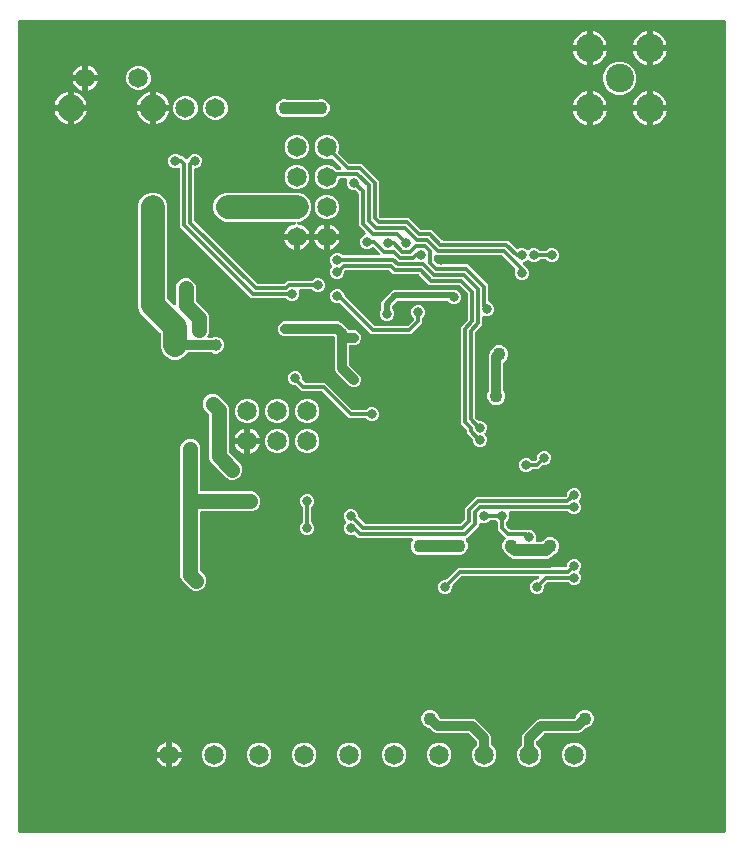
<source format=gbr>
G04 EAGLE Gerber RS-274X export*
G75*
%MOMM*%
%FSLAX34Y34*%
%LPD*%
%INBottom Copper*%
%IPPOS*%
%AMOC8*
5,1,8,0,0,1.08239X$1,22.5*%
G01*
%ADD10C,1.650000*%
%ADD11C,2.400000*%
%ADD12C,2.250000*%
%ADD13C,0.806400*%
%ADD14C,1.006400*%
%ADD15C,0.304800*%
%ADD16C,1.106400*%
%ADD17C,2.032000*%
%ADD18C,1.016000*%
%ADD19C,0.508000*%
%ADD20C,0.812800*%
%ADD21C,1.270000*%
%ADD22C,0.254000*%

G36*
X595748Y16D02*
X595748Y16D01*
X595867Y23D01*
X595905Y36D01*
X595946Y41D01*
X596056Y84D01*
X596169Y121D01*
X596204Y143D01*
X596241Y158D01*
X596337Y228D01*
X596438Y291D01*
X596466Y321D01*
X596499Y344D01*
X596575Y436D01*
X596656Y523D01*
X596676Y558D01*
X596701Y589D01*
X596752Y697D01*
X596810Y801D01*
X596820Y841D01*
X596837Y877D01*
X596859Y994D01*
X596889Y1109D01*
X596893Y1170D01*
X596897Y1190D01*
X596895Y1210D01*
X596899Y1270D01*
X596899Y684530D01*
X596884Y684648D01*
X596877Y684767D01*
X596864Y684805D01*
X596859Y684846D01*
X596816Y684956D01*
X596779Y685069D01*
X596757Y685104D01*
X596742Y685141D01*
X596673Y685237D01*
X596609Y685338D01*
X596579Y685366D01*
X596556Y685399D01*
X596464Y685475D01*
X596377Y685556D01*
X596342Y685576D01*
X596311Y685601D01*
X596203Y685652D01*
X596099Y685710D01*
X596059Y685720D01*
X596023Y685737D01*
X595906Y685759D01*
X595791Y685789D01*
X595731Y685793D01*
X595711Y685797D01*
X595690Y685795D01*
X595630Y685799D01*
X1270Y685799D01*
X1152Y685784D01*
X1033Y685777D01*
X995Y685764D01*
X954Y685759D01*
X844Y685716D01*
X731Y685679D01*
X696Y685657D01*
X659Y685642D01*
X563Y685573D01*
X462Y685509D01*
X434Y685479D01*
X401Y685456D01*
X326Y685364D01*
X244Y685277D01*
X224Y685242D01*
X199Y685211D01*
X148Y685103D01*
X90Y684999D01*
X80Y684959D01*
X63Y684923D01*
X41Y684806D01*
X11Y684691D01*
X7Y684631D01*
X3Y684611D01*
X5Y684590D01*
X1Y684530D01*
X1Y1270D01*
X16Y1152D01*
X23Y1033D01*
X36Y995D01*
X41Y954D01*
X84Y844D01*
X121Y731D01*
X143Y696D01*
X158Y659D01*
X228Y563D01*
X291Y462D01*
X321Y434D01*
X344Y401D01*
X436Y326D01*
X523Y244D01*
X558Y224D01*
X589Y199D01*
X697Y148D01*
X801Y90D01*
X841Y80D01*
X877Y63D01*
X994Y41D01*
X1109Y11D01*
X1170Y7D01*
X1190Y3D01*
X1210Y5D01*
X1270Y1D01*
X595630Y1D01*
X595748Y16D01*
G37*
%LPC*%
G36*
X388684Y325405D02*
X388684Y325405D01*
X386455Y326329D01*
X384749Y328035D01*
X383825Y330264D01*
X383825Y331408D01*
X383813Y331506D01*
X383810Y331605D01*
X383793Y331663D01*
X383785Y331723D01*
X383749Y331816D01*
X383721Y331911D01*
X383691Y331963D01*
X383668Y332019D01*
X383610Y332099D01*
X383560Y332185D01*
X383494Y332260D01*
X383482Y332277D01*
X383472Y332284D01*
X383454Y332305D01*
X378713Y337046D01*
X378713Y339496D01*
X378701Y339594D01*
X378698Y339693D01*
X378681Y339751D01*
X378673Y339811D01*
X378637Y339903D01*
X378609Y339998D01*
X378579Y340051D01*
X378556Y340107D01*
X378498Y340187D01*
X378448Y340272D01*
X378382Y340348D01*
X378370Y340364D01*
X378360Y340372D01*
X378342Y340393D01*
X373633Y345101D01*
X373633Y427059D01*
X379612Y433037D01*
X379672Y433115D01*
X379740Y433187D01*
X379769Y433240D01*
X379806Y433288D01*
X379846Y433379D01*
X379894Y433466D01*
X379909Y433524D01*
X379933Y433580D01*
X379948Y433678D01*
X379973Y433774D01*
X379979Y433874D01*
X379983Y433894D01*
X379981Y433906D01*
X379983Y433934D01*
X379983Y454803D01*
X379971Y454901D01*
X379968Y455000D01*
X379951Y455058D01*
X379943Y455118D01*
X379907Y455210D01*
X379879Y455305D01*
X379849Y455357D01*
X379826Y455414D01*
X379768Y455494D01*
X379718Y455579D01*
X379652Y455655D01*
X379640Y455671D01*
X379630Y455679D01*
X379612Y455700D01*
X373150Y462162D01*
X373072Y462222D01*
X373000Y462290D01*
X372947Y462319D01*
X372899Y462356D01*
X372808Y462396D01*
X372721Y462444D01*
X372663Y462459D01*
X372607Y462483D01*
X372509Y462498D01*
X372413Y462523D01*
X372313Y462529D01*
X372293Y462533D01*
X372281Y462531D01*
X372253Y462533D01*
X347378Y462533D01*
X338828Y471084D01*
X338750Y471144D01*
X338678Y471212D01*
X338625Y471241D01*
X338577Y471278D01*
X338486Y471318D01*
X338399Y471366D01*
X338341Y471381D01*
X338285Y471405D01*
X338187Y471420D01*
X338091Y471445D01*
X337991Y471451D01*
X337971Y471455D01*
X337959Y471453D01*
X337931Y471455D01*
X316731Y471455D01*
X313325Y474862D01*
X313246Y474922D01*
X313174Y474990D01*
X313121Y475019D01*
X313073Y475056D01*
X312982Y475096D01*
X312896Y475144D01*
X312837Y475159D01*
X312782Y475183D01*
X312684Y475198D01*
X312588Y475223D01*
X312488Y475229D01*
X312467Y475233D01*
X312455Y475231D01*
X312427Y475233D01*
X276890Y475233D01*
X276792Y475221D01*
X276693Y475218D01*
X276635Y475201D01*
X276575Y475193D01*
X276482Y475157D01*
X276387Y475129D01*
X276335Y475099D01*
X276279Y475076D01*
X276199Y475018D01*
X276113Y474968D01*
X276038Y474902D01*
X276021Y474890D01*
X276014Y474880D01*
X275993Y474862D01*
X275676Y474545D01*
X275616Y474467D01*
X275548Y474395D01*
X275519Y474342D01*
X275482Y474294D01*
X275442Y474203D01*
X275394Y474117D01*
X275379Y474058D01*
X275355Y474002D01*
X275340Y473904D01*
X275315Y473809D01*
X275309Y473709D01*
X275305Y473688D01*
X275307Y473676D01*
X275305Y473648D01*
X275305Y472504D01*
X274381Y470275D01*
X272675Y468569D01*
X270446Y467645D01*
X268034Y467645D01*
X265805Y468569D01*
X264099Y470275D01*
X263175Y472504D01*
X263175Y474916D01*
X264099Y477145D01*
X264846Y477892D01*
X264919Y477986D01*
X264997Y478076D01*
X265016Y478112D01*
X265041Y478144D01*
X265088Y478253D01*
X265142Y478359D01*
X265151Y478398D01*
X265167Y478436D01*
X265186Y478553D01*
X265212Y478669D01*
X265210Y478710D01*
X265217Y478750D01*
X265206Y478868D01*
X265202Y478987D01*
X265191Y479026D01*
X265187Y479066D01*
X265147Y479179D01*
X265114Y479293D01*
X265093Y479327D01*
X265079Y479366D01*
X265013Y479464D01*
X264952Y479567D01*
X264912Y479612D01*
X264901Y479629D01*
X264886Y479642D01*
X264846Y479687D01*
X264099Y480435D01*
X263175Y482664D01*
X263175Y485076D01*
X264099Y487305D01*
X265805Y489011D01*
X268034Y489935D01*
X270446Y489935D01*
X272675Y489011D01*
X273888Y487798D01*
X273967Y487738D01*
X274039Y487670D01*
X274092Y487641D01*
X274140Y487604D01*
X274231Y487564D01*
X274317Y487516D01*
X274376Y487501D01*
X274431Y487477D01*
X274529Y487462D01*
X274625Y487437D01*
X274725Y487431D01*
X274746Y487427D01*
X274758Y487429D01*
X274786Y487427D01*
X304008Y487427D01*
X304146Y487444D01*
X304284Y487457D01*
X304303Y487464D01*
X304324Y487467D01*
X304453Y487518D01*
X304584Y487565D01*
X304600Y487576D01*
X304619Y487584D01*
X304732Y487665D01*
X304847Y487743D01*
X304860Y487759D01*
X304877Y487770D01*
X304965Y487878D01*
X305057Y487982D01*
X305066Y488000D01*
X305079Y488015D01*
X305139Y488141D01*
X305202Y488265D01*
X305206Y488285D01*
X305215Y488303D01*
X305241Y488439D01*
X305272Y488575D01*
X305271Y488596D01*
X305275Y488615D01*
X305266Y488754D01*
X305262Y488893D01*
X305256Y488913D01*
X305255Y488933D01*
X305212Y489065D01*
X305173Y489199D01*
X305163Y489216D01*
X305157Y489235D01*
X305083Y489353D01*
X305012Y489473D01*
X304993Y489494D01*
X304987Y489504D01*
X304972Y489518D01*
X304906Y489593D01*
X300200Y494299D01*
X300106Y494372D01*
X300017Y494450D01*
X299981Y494469D01*
X299949Y494494D01*
X299840Y494541D01*
X299734Y494595D01*
X299694Y494604D01*
X299657Y494620D01*
X299540Y494639D01*
X299424Y494665D01*
X299383Y494663D01*
X299343Y494670D01*
X299225Y494659D01*
X299106Y494655D01*
X299067Y494644D01*
X299027Y494640D01*
X298914Y494600D01*
X298800Y494567D01*
X298765Y494546D01*
X298727Y494532D01*
X298629Y494465D01*
X298526Y494405D01*
X298481Y494365D01*
X298464Y494354D01*
X298451Y494338D01*
X298405Y494299D01*
X298075Y493969D01*
X295846Y493045D01*
X293434Y493045D01*
X291205Y493969D01*
X289499Y495675D01*
X288575Y497904D01*
X288575Y500316D01*
X289499Y502545D01*
X291205Y504251D01*
X292769Y504899D01*
X292812Y504924D01*
X292859Y504941D01*
X292950Y505002D01*
X293045Y505057D01*
X293081Y505092D01*
X293122Y505119D01*
X293194Y505202D01*
X293273Y505278D01*
X293300Y505321D01*
X293332Y505358D01*
X293382Y505456D01*
X293440Y505549D01*
X293454Y505597D01*
X293477Y505641D01*
X293501Y505748D01*
X293533Y505853D01*
X293536Y505903D01*
X293547Y505951D01*
X293543Y506061D01*
X293548Y506171D01*
X293538Y506219D01*
X293537Y506269D01*
X293506Y506375D01*
X293484Y506482D01*
X293462Y506527D01*
X293449Y506575D01*
X293393Y506669D01*
X293344Y506768D01*
X293312Y506806D01*
X293287Y506849D01*
X293181Y506969D01*
X287273Y512877D01*
X287273Y539592D01*
X287261Y539690D01*
X287258Y539789D01*
X287241Y539848D01*
X287233Y539908D01*
X287197Y540000D01*
X287169Y540095D01*
X287139Y540147D01*
X287116Y540203D01*
X287058Y540283D01*
X287008Y540369D01*
X286942Y540444D01*
X286930Y540461D01*
X286920Y540468D01*
X286902Y540490D01*
X285188Y542204D01*
X285109Y542264D01*
X285037Y542332D01*
X284984Y542361D01*
X284936Y542398D01*
X284845Y542438D01*
X284759Y542486D01*
X284700Y542501D01*
X284644Y542525D01*
X284546Y542540D01*
X284451Y542565D01*
X284351Y542571D01*
X284330Y542575D01*
X284318Y542573D01*
X284290Y542575D01*
X282004Y542575D01*
X279775Y543499D01*
X278069Y545205D01*
X277145Y547434D01*
X277145Y549846D01*
X277588Y550916D01*
X277602Y550964D01*
X277623Y551009D01*
X277643Y551117D01*
X277672Y551223D01*
X277673Y551273D01*
X277683Y551322D01*
X277676Y551431D01*
X277677Y551541D01*
X277666Y551589D01*
X277663Y551639D01*
X277629Y551743D01*
X277603Y551850D01*
X277580Y551894D01*
X277565Y551941D01*
X277506Y552034D01*
X277455Y552131D01*
X277421Y552168D01*
X277395Y552210D01*
X277315Y552285D01*
X277241Y552367D01*
X277199Y552394D01*
X277163Y552428D01*
X277067Y552481D01*
X276975Y552541D01*
X276928Y552558D01*
X276884Y552582D01*
X276778Y552609D01*
X276674Y552645D01*
X276625Y552649D01*
X276577Y552661D01*
X276416Y552671D01*
X271894Y552671D01*
X271864Y552668D01*
X271835Y552670D01*
X271707Y552648D01*
X271578Y552631D01*
X271551Y552621D01*
X271522Y552616D01*
X271403Y552562D01*
X271282Y552514D01*
X271259Y552497D01*
X271232Y552485D01*
X271130Y552404D01*
X271025Y552328D01*
X271006Y552305D01*
X270983Y552286D01*
X270905Y552183D01*
X270822Y552083D01*
X270810Y552056D01*
X270792Y552032D01*
X270721Y551888D01*
X269067Y547895D01*
X266175Y545003D01*
X262395Y543437D01*
X258305Y543437D01*
X254525Y545003D01*
X251633Y547895D01*
X250067Y551675D01*
X250067Y555765D01*
X251633Y559545D01*
X254525Y562437D01*
X258305Y564003D01*
X262395Y564003D01*
X266175Y562437D01*
X268455Y560156D01*
X268534Y560096D01*
X268606Y560028D01*
X268659Y559999D01*
X268707Y559962D01*
X268798Y559922D01*
X268884Y559874D01*
X268943Y559859D01*
X268999Y559835D01*
X269097Y559820D01*
X269192Y559795D01*
X269292Y559789D01*
X269313Y559785D01*
X269325Y559787D01*
X269353Y559785D01*
X271591Y559785D01*
X271729Y559802D01*
X271867Y559815D01*
X271887Y559822D01*
X271907Y559825D01*
X272036Y559876D01*
X272167Y559923D01*
X272184Y559934D01*
X272202Y559942D01*
X272314Y560023D01*
X272430Y560101D01*
X272443Y560117D01*
X272460Y560128D01*
X272548Y560236D01*
X272640Y560340D01*
X272650Y560358D01*
X272662Y560373D01*
X272722Y560499D01*
X272785Y560623D01*
X272789Y560643D01*
X272798Y560661D01*
X272824Y560797D01*
X272855Y560933D01*
X272854Y560954D01*
X272858Y560973D01*
X272849Y561112D01*
X272845Y561251D01*
X272839Y561271D01*
X272838Y561291D01*
X272795Y561423D01*
X272757Y561557D01*
X272746Y561574D01*
X272740Y561593D01*
X272665Y561711D01*
X272595Y561831D01*
X272576Y561852D01*
X272570Y561862D01*
X272555Y561876D01*
X272489Y561951D01*
X265263Y569177D01*
X265240Y569195D01*
X265221Y569218D01*
X265115Y569292D01*
X265012Y569372D01*
X264985Y569384D01*
X264960Y569401D01*
X264839Y569447D01*
X264720Y569498D01*
X264691Y569503D01*
X264663Y569513D01*
X264534Y569528D01*
X264406Y569548D01*
X264376Y569545D01*
X264347Y569549D01*
X264219Y569531D01*
X264089Y569518D01*
X264061Y569508D01*
X264032Y569504D01*
X263880Y569452D01*
X262395Y568837D01*
X258305Y568837D01*
X254525Y570403D01*
X251633Y573295D01*
X250067Y577075D01*
X250067Y581165D01*
X251633Y584945D01*
X254525Y587837D01*
X258305Y589403D01*
X262395Y589403D01*
X266175Y587837D01*
X269067Y584945D01*
X270633Y581165D01*
X270633Y577075D01*
X270018Y575590D01*
X270010Y575562D01*
X269997Y575535D01*
X269968Y575409D01*
X269934Y575283D01*
X269933Y575254D01*
X269927Y575225D01*
X269931Y575095D01*
X269929Y574965D01*
X269936Y574937D01*
X269937Y574907D01*
X269973Y574783D01*
X270003Y574656D01*
X270017Y574630D01*
X270025Y574602D01*
X270091Y574490D01*
X270152Y574375D01*
X270172Y574353D01*
X270187Y574328D01*
X270293Y574207D01*
X279263Y565236D01*
X279342Y565176D01*
X279414Y565108D01*
X279467Y565079D01*
X279515Y565042D01*
X279606Y565002D01*
X279692Y564954D01*
X279751Y564939D01*
X279807Y564915D01*
X279905Y564900D01*
X280000Y564875D01*
X280100Y564869D01*
X280121Y564865D01*
X280133Y564867D01*
X280161Y564865D01*
X289931Y564865D01*
X304547Y550249D01*
X304547Y520993D01*
X304559Y520895D01*
X304562Y520796D01*
X304579Y520738D01*
X304587Y520678D01*
X304623Y520586D01*
X304651Y520491D01*
X304681Y520438D01*
X304704Y520382D01*
X304762Y520302D01*
X304812Y520217D01*
X304878Y520141D01*
X304890Y520125D01*
X304900Y520117D01*
X304918Y520096D01*
X305498Y519516D01*
X305576Y519456D01*
X305648Y519388D01*
X305701Y519359D01*
X305749Y519322D01*
X305840Y519282D01*
X305927Y519234D01*
X305985Y519219D01*
X306041Y519195D01*
X306139Y519180D01*
X306235Y519155D01*
X306335Y519149D01*
X306355Y519145D01*
X306367Y519147D01*
X306395Y519145D01*
X329999Y519145D01*
X339788Y509356D01*
X339866Y509296D01*
X339938Y509228D01*
X339991Y509199D01*
X340039Y509162D01*
X340130Y509122D01*
X340217Y509074D01*
X340275Y509059D01*
X340331Y509035D01*
X340429Y509020D01*
X340525Y508995D01*
X340625Y508989D01*
X340645Y508985D01*
X340657Y508987D01*
X340685Y508985D01*
X349185Y508985D01*
X357703Y500466D01*
X357781Y500406D01*
X357853Y500338D01*
X357906Y500309D01*
X357954Y500272D01*
X358045Y500232D01*
X358132Y500184D01*
X358190Y500169D01*
X358246Y500145D01*
X358344Y500130D01*
X358440Y500105D01*
X358540Y500099D01*
X358560Y500095D01*
X358573Y500097D01*
X358601Y500095D01*
X413819Y500095D01*
X416275Y497640D01*
X416275Y497639D01*
X420763Y493151D01*
X420786Y493133D01*
X420806Y493111D01*
X420912Y493036D01*
X421014Y492956D01*
X421042Y492944D01*
X421066Y492927D01*
X421187Y492881D01*
X421306Y492830D01*
X421335Y492825D01*
X421363Y492815D01*
X421492Y492800D01*
X421620Y492780D01*
X421650Y492783D01*
X421679Y492779D01*
X421808Y492798D01*
X421937Y492810D01*
X421965Y492820D01*
X421994Y492824D01*
X422146Y492876D01*
X424244Y493745D01*
X426656Y493745D01*
X428885Y492821D01*
X429633Y492074D01*
X429727Y492001D01*
X429816Y491923D01*
X429852Y491904D01*
X429884Y491879D01*
X429993Y491832D01*
X430099Y491778D01*
X430138Y491769D01*
X430176Y491753D01*
X430293Y491734D01*
X430409Y491708D01*
X430450Y491710D01*
X430490Y491703D01*
X430608Y491714D01*
X430727Y491718D01*
X430766Y491729D01*
X430806Y491733D01*
X430918Y491773D01*
X431033Y491806D01*
X431068Y491827D01*
X431106Y491841D01*
X431204Y491907D01*
X431307Y491968D01*
X431352Y492008D01*
X431369Y492019D01*
X431382Y492035D01*
X431428Y492074D01*
X432175Y492821D01*
X434404Y493745D01*
X436816Y493745D01*
X439045Y492821D01*
X440258Y491608D01*
X440337Y491548D01*
X440409Y491480D01*
X440462Y491451D01*
X440510Y491414D01*
X440601Y491374D01*
X440687Y491326D01*
X440746Y491311D01*
X440801Y491287D01*
X440899Y491272D01*
X440995Y491247D01*
X441095Y491241D01*
X441116Y491237D01*
X441128Y491239D01*
X441156Y491237D01*
X445304Y491237D01*
X445402Y491249D01*
X445501Y491252D01*
X445560Y491269D01*
X445620Y491277D01*
X445712Y491313D01*
X445807Y491341D01*
X445859Y491371D01*
X445915Y491394D01*
X445995Y491452D01*
X446081Y491502D01*
X446156Y491568D01*
X446173Y491580D01*
X446180Y491590D01*
X446202Y491608D01*
X447415Y492821D01*
X449644Y493745D01*
X452056Y493745D01*
X454285Y492821D01*
X455991Y491115D01*
X456915Y488886D01*
X456915Y486474D01*
X455991Y484245D01*
X454285Y482539D01*
X452056Y481615D01*
X449644Y481615D01*
X447415Y482539D01*
X446202Y483752D01*
X446123Y483812D01*
X446051Y483880D01*
X445998Y483909D01*
X445950Y483946D01*
X445859Y483986D01*
X445773Y484034D01*
X445714Y484049D01*
X445659Y484073D01*
X445561Y484088D01*
X445465Y484113D01*
X445365Y484119D01*
X445344Y484123D01*
X445332Y484121D01*
X445304Y484123D01*
X441156Y484123D01*
X441058Y484111D01*
X440959Y484108D01*
X440900Y484091D01*
X440840Y484083D01*
X440748Y484047D01*
X440653Y484019D01*
X440601Y483989D01*
X440545Y483966D01*
X440465Y483908D01*
X440379Y483858D01*
X440304Y483792D01*
X440287Y483780D01*
X440280Y483770D01*
X440258Y483752D01*
X439045Y482539D01*
X436816Y481615D01*
X434404Y481615D01*
X432175Y482539D01*
X431428Y483286D01*
X431334Y483359D01*
X431244Y483437D01*
X431208Y483456D01*
X431176Y483481D01*
X431067Y483528D01*
X430961Y483582D01*
X430922Y483591D01*
X430884Y483607D01*
X430767Y483626D01*
X430651Y483652D01*
X430610Y483650D01*
X430570Y483657D01*
X430452Y483646D01*
X430333Y483642D01*
X430294Y483631D01*
X430254Y483627D01*
X430141Y483587D01*
X430027Y483554D01*
X429993Y483533D01*
X429954Y483519D01*
X429856Y483453D01*
X429753Y483392D01*
X429708Y483352D01*
X429691Y483341D01*
X429678Y483326D01*
X429633Y483286D01*
X428885Y482539D01*
X427321Y481891D01*
X427278Y481866D01*
X427231Y481849D01*
X427140Y481788D01*
X427045Y481733D01*
X427009Y481698D01*
X426968Y481671D01*
X426896Y481588D01*
X426817Y481512D01*
X426790Y481469D01*
X426758Y481432D01*
X426708Y481334D01*
X426650Y481241D01*
X426636Y481193D01*
X426613Y481149D01*
X426589Y481042D01*
X426557Y480937D01*
X426554Y480887D01*
X426543Y480839D01*
X426547Y480729D01*
X426542Y480619D01*
X426552Y480571D01*
X426553Y480521D01*
X426584Y480415D01*
X426606Y480308D01*
X426628Y480263D01*
X426641Y480215D01*
X426697Y480121D01*
X426746Y480022D01*
X426778Y479984D01*
X426803Y479941D01*
X426909Y479821D01*
X429045Y477685D01*
X429047Y477670D01*
X429083Y477578D01*
X429111Y477483D01*
X429141Y477431D01*
X429164Y477375D01*
X429222Y477294D01*
X429272Y477209D01*
X429338Y477134D01*
X429350Y477117D01*
X429360Y477109D01*
X429378Y477088D01*
X430591Y475875D01*
X431515Y473646D01*
X431515Y471234D01*
X430591Y469005D01*
X428885Y467299D01*
X426656Y466375D01*
X424244Y466375D01*
X422015Y467299D01*
X420309Y469005D01*
X419385Y471234D01*
X419385Y473646D01*
X420126Y475436D01*
X420134Y475464D01*
X420148Y475490D01*
X420176Y475617D01*
X420210Y475742D01*
X420211Y475772D01*
X420217Y475801D01*
X420213Y475930D01*
X420215Y476060D01*
X420209Y476089D01*
X420208Y476119D01*
X420172Y476243D01*
X420141Y476370D01*
X420127Y476396D01*
X420119Y476424D01*
X420053Y476536D01*
X419993Y476651D01*
X419973Y476673D01*
X419958Y476698D01*
X419851Y476819D01*
X409141Y487530D01*
X409062Y487590D01*
X408990Y487658D01*
X408937Y487687D01*
X408889Y487724D01*
X408798Y487764D01*
X408712Y487812D01*
X408653Y487827D01*
X408597Y487851D01*
X408499Y487866D01*
X408404Y487891D01*
X408304Y487897D01*
X408283Y487901D01*
X408271Y487899D01*
X408243Y487901D01*
X352774Y487901D01*
X352656Y487886D01*
X352537Y487879D01*
X352499Y487866D01*
X352458Y487861D01*
X352348Y487818D01*
X352235Y487781D01*
X352200Y487759D01*
X352163Y487744D01*
X352067Y487675D01*
X351966Y487611D01*
X351938Y487581D01*
X351905Y487558D01*
X351829Y487466D01*
X351748Y487379D01*
X351728Y487344D01*
X351703Y487313D01*
X351652Y487205D01*
X351594Y487101D01*
X351584Y487061D01*
X351567Y487025D01*
X351545Y486908D01*
X351515Y486793D01*
X351511Y486733D01*
X351507Y486713D01*
X351509Y486692D01*
X351505Y486632D01*
X351505Y483361D01*
X351517Y483263D01*
X351520Y483164D01*
X351537Y483106D01*
X351545Y483045D01*
X351581Y482953D01*
X351609Y482858D01*
X351639Y482806D01*
X351662Y482750D01*
X351720Y482670D01*
X351770Y482584D01*
X351837Y482509D01*
X351848Y482492D01*
X351858Y482485D01*
X351876Y482463D01*
X354161Y480178D01*
X354240Y480118D01*
X354312Y480050D01*
X354365Y480021D01*
X354413Y479984D01*
X354504Y479944D01*
X354590Y479896D01*
X354649Y479881D01*
X354705Y479857D01*
X354803Y479842D01*
X354898Y479817D01*
X354998Y479811D01*
X355019Y479807D01*
X355031Y479809D01*
X355059Y479807D01*
X379933Y479807D01*
X397257Y462483D01*
X397257Y448951D01*
X397260Y448922D01*
X397258Y448893D01*
X397280Y448764D01*
X397297Y448636D01*
X397307Y448608D01*
X397312Y448579D01*
X397366Y448461D01*
X397414Y448340D01*
X397431Y448316D01*
X397443Y448289D01*
X397524Y448188D01*
X397600Y448083D01*
X397623Y448064D01*
X397642Y448041D01*
X397745Y447963D01*
X397845Y447880D01*
X397872Y447867D01*
X397896Y447850D01*
X398040Y447779D01*
X399675Y447101D01*
X401381Y445395D01*
X402305Y443166D01*
X402305Y440754D01*
X401381Y438525D01*
X399675Y436819D01*
X397446Y435895D01*
X395034Y435895D01*
X393932Y436352D01*
X393884Y436365D01*
X393839Y436386D01*
X393731Y436407D01*
X393625Y436436D01*
X393575Y436436D01*
X393526Y436446D01*
X393417Y436439D01*
X393307Y436441D01*
X393259Y436429D01*
X393209Y436426D01*
X393105Y436392D01*
X392998Y436367D01*
X392954Y436343D01*
X392907Y436328D01*
X392814Y436269D01*
X392717Y436218D01*
X392680Y436184D01*
X392638Y436158D01*
X392563Y436078D01*
X392481Y436004D01*
X392454Y435962D01*
X392420Y435926D01*
X392367Y435830D01*
X392307Y435738D01*
X392290Y435691D01*
X392266Y435648D01*
X392239Y435541D01*
X392203Y435437D01*
X392199Y435388D01*
X392187Y435340D01*
X392177Y435179D01*
X392177Y428358D01*
X389722Y425903D01*
X389721Y425903D01*
X386198Y422380D01*
X386138Y422301D01*
X386070Y422229D01*
X386041Y422176D01*
X386004Y422128D01*
X385964Y422037D01*
X385916Y421951D01*
X385901Y421892D01*
X385877Y421836D01*
X385862Y421739D01*
X385837Y421643D01*
X385831Y421543D01*
X385827Y421522D01*
X385829Y421510D01*
X385827Y421482D01*
X385827Y350678D01*
X385839Y350580D01*
X385842Y350481D01*
X385859Y350422D01*
X385867Y350362D01*
X385903Y350270D01*
X385931Y350175D01*
X385961Y350123D01*
X385984Y350067D01*
X386042Y349987D01*
X386092Y349901D01*
X386158Y349826D01*
X386170Y349809D01*
X386180Y349802D01*
X386198Y349780D01*
X387912Y348066D01*
X387991Y348006D01*
X388063Y347938D01*
X388116Y347909D01*
X388164Y347872D01*
X388255Y347832D01*
X388341Y347784D01*
X388400Y347769D01*
X388456Y347745D01*
X388554Y347730D01*
X388649Y347705D01*
X388749Y347699D01*
X388770Y347695D01*
X388782Y347697D01*
X388810Y347695D01*
X391096Y347695D01*
X393325Y346771D01*
X395031Y345065D01*
X395955Y342836D01*
X395955Y340424D01*
X395031Y338195D01*
X394284Y337447D01*
X394211Y337353D01*
X394133Y337264D01*
X394114Y337228D01*
X394089Y337196D01*
X394042Y337087D01*
X393988Y336981D01*
X393979Y336942D01*
X393963Y336904D01*
X393944Y336787D01*
X393918Y336671D01*
X393920Y336630D01*
X393913Y336590D01*
X393924Y336472D01*
X393928Y336353D01*
X393939Y336314D01*
X393943Y336274D01*
X393983Y336162D01*
X394016Y336047D01*
X394037Y336012D01*
X394051Y335974D01*
X394117Y335876D01*
X394178Y335773D01*
X394218Y335728D01*
X394229Y335711D01*
X394245Y335698D01*
X394284Y335652D01*
X395031Y334905D01*
X395955Y332676D01*
X395955Y330264D01*
X395031Y328035D01*
X393325Y326329D01*
X391096Y325405D01*
X388684Y325405D01*
G37*
%LPD*%
%LPC*%
G36*
X129655Y399287D02*
X129655Y399287D01*
X125173Y401143D01*
X121743Y404573D01*
X119887Y409055D01*
X119887Y421144D01*
X119875Y421242D01*
X119872Y421341D01*
X119855Y421399D01*
X119847Y421459D01*
X119811Y421551D01*
X119783Y421647D01*
X119753Y421699D01*
X119730Y421755D01*
X119672Y421835D01*
X119622Y421921D01*
X119556Y421996D01*
X119544Y422012D01*
X119534Y422020D01*
X119516Y422041D01*
X102693Y438863D01*
X100837Y443345D01*
X100837Y530745D01*
X102693Y535227D01*
X106123Y538657D01*
X110605Y540513D01*
X115455Y540513D01*
X119937Y538657D01*
X123367Y535227D01*
X125223Y530745D01*
X125223Y451346D01*
X125235Y451248D01*
X125238Y451149D01*
X125255Y451091D01*
X125263Y451031D01*
X125299Y450939D01*
X125327Y450843D01*
X125357Y450791D01*
X125380Y450735D01*
X125438Y450655D01*
X125488Y450569D01*
X125554Y450494D01*
X125566Y450478D01*
X125576Y450470D01*
X125594Y450449D01*
X130421Y445623D01*
X130530Y445537D01*
X130637Y445449D01*
X130656Y445440D01*
X130672Y445428D01*
X130800Y445372D01*
X130925Y445313D01*
X130945Y445309D01*
X130964Y445301D01*
X131102Y445279D01*
X131238Y445253D01*
X131258Y445255D01*
X131278Y445251D01*
X131417Y445265D01*
X131555Y445273D01*
X131574Y445279D01*
X131594Y445281D01*
X131726Y445328D01*
X131857Y445371D01*
X131875Y445382D01*
X131894Y445389D01*
X132009Y445467D01*
X132126Y445541D01*
X132140Y445556D01*
X132157Y445567D01*
X132249Y445672D01*
X132344Y445773D01*
X132354Y445791D01*
X132367Y445806D01*
X132431Y445930D01*
X132498Y446051D01*
X132503Y446071D01*
X132512Y446089D01*
X132542Y446225D01*
X132577Y446359D01*
X132579Y446387D01*
X132582Y446399D01*
X132581Y446420D01*
X132587Y446520D01*
X132587Y461407D01*
X133863Y464488D01*
X136222Y466847D01*
X139303Y468123D01*
X142637Y468123D01*
X145718Y466847D01*
X148077Y464488D01*
X149353Y461407D01*
X149353Y449768D01*
X149365Y449670D01*
X149368Y449571D01*
X149385Y449513D01*
X149393Y449452D01*
X149429Y449360D01*
X149457Y449265D01*
X149487Y449213D01*
X149510Y449157D01*
X149568Y449077D01*
X149618Y448991D01*
X149684Y448916D01*
X149696Y448899D01*
X149706Y448892D01*
X149724Y448870D01*
X159507Y439088D01*
X160783Y436007D01*
X160783Y422513D01*
X159465Y419332D01*
X159453Y419286D01*
X159434Y419246D01*
X159434Y419245D01*
X159431Y419239D01*
X159410Y419131D01*
X159381Y419025D01*
X159380Y418975D01*
X159371Y418926D01*
X159378Y418817D01*
X159376Y418707D01*
X159388Y418659D01*
X159391Y418609D01*
X159425Y418505D01*
X159450Y418398D01*
X159474Y418354D01*
X159489Y418307D01*
X159548Y418214D01*
X159599Y418117D01*
X159632Y418080D01*
X159659Y418038D01*
X159739Y417963D01*
X159813Y417881D01*
X159855Y417854D01*
X159891Y417820D01*
X159987Y417767D01*
X160079Y417707D01*
X160126Y417690D01*
X160169Y417666D01*
X160275Y417639D01*
X160379Y417603D01*
X160429Y417599D01*
X160477Y417587D01*
X160638Y417577D01*
X162375Y417577D01*
X162385Y417578D01*
X162394Y417577D01*
X162543Y417598D01*
X162691Y417617D01*
X162700Y417620D01*
X162709Y417621D01*
X162861Y417673D01*
X164965Y418545D01*
X167775Y418545D01*
X170372Y417469D01*
X172359Y415482D01*
X173435Y412885D01*
X173435Y410075D01*
X172359Y407478D01*
X170372Y405491D01*
X167775Y404415D01*
X164965Y404415D01*
X162861Y405287D01*
X162852Y405289D01*
X162844Y405294D01*
X162699Y405331D01*
X162554Y405371D01*
X162545Y405371D01*
X162536Y405373D01*
X162375Y405383D01*
X143600Y405383D01*
X143571Y405380D01*
X143541Y405382D01*
X143414Y405360D01*
X143285Y405343D01*
X143257Y405333D01*
X143228Y405327D01*
X143110Y405274D01*
X142989Y405226D01*
X142965Y405209D01*
X142938Y405197D01*
X142837Y405116D01*
X142731Y405040D01*
X142713Y405017D01*
X142690Y404998D01*
X142612Y404895D01*
X142529Y404795D01*
X142516Y404768D01*
X142498Y404744D01*
X142427Y404600D01*
X142416Y404573D01*
X138987Y401143D01*
X134505Y399287D01*
X129655Y399287D01*
G37*
%LPD*%
%LPC*%
G36*
X418149Y230663D02*
X418149Y230663D01*
X415535Y231746D01*
X412709Y234572D01*
X412657Y234624D01*
X412650Y234630D01*
X412644Y234637D01*
X412524Y234727D01*
X412406Y234819D01*
X412397Y234823D01*
X412390Y234828D01*
X412279Y234883D01*
X410147Y237015D01*
X408995Y239795D01*
X408995Y242805D01*
X410147Y245585D01*
X411608Y247047D01*
X411682Y247141D01*
X411760Y247230D01*
X411779Y247266D01*
X411803Y247298D01*
X411851Y247407D01*
X411905Y247513D01*
X411914Y247553D01*
X411930Y247590D01*
X411948Y247707D01*
X411974Y247823D01*
X411973Y247864D01*
X411980Y247904D01*
X411968Y248022D01*
X411965Y248141D01*
X411954Y248180D01*
X411950Y248220D01*
X411909Y248333D01*
X411876Y248447D01*
X411856Y248482D01*
X411842Y248520D01*
X411775Y248618D01*
X411715Y248721D01*
X411675Y248766D01*
X411664Y248783D01*
X411648Y248796D01*
X411608Y248842D01*
X405383Y255067D01*
X405383Y261154D01*
X405371Y261252D01*
X405368Y261351D01*
X405351Y261410D01*
X405343Y261470D01*
X405307Y261562D01*
X405279Y261657D01*
X405249Y261709D01*
X405226Y261765D01*
X405168Y261845D01*
X405118Y261931D01*
X405052Y262006D01*
X405040Y262023D01*
X405030Y262031D01*
X405012Y262052D01*
X404292Y262772D01*
X404213Y262832D01*
X404141Y262900D01*
X404088Y262929D01*
X404040Y262966D01*
X403949Y263006D01*
X403863Y263054D01*
X403804Y263069D01*
X403749Y263093D01*
X403651Y263108D01*
X403555Y263133D01*
X403455Y263139D01*
X403434Y263143D01*
X403422Y263141D01*
X403394Y263143D01*
X399246Y263143D01*
X399148Y263131D01*
X399049Y263128D01*
X398990Y263111D01*
X398930Y263103D01*
X398838Y263067D01*
X398743Y263039D01*
X398691Y263009D01*
X398635Y262986D01*
X398554Y262928D01*
X398469Y262878D01*
X398394Y262812D01*
X398377Y262800D01*
X398369Y262790D01*
X398348Y262772D01*
X397135Y261559D01*
X394906Y260635D01*
X392494Y260635D01*
X391392Y261092D01*
X391344Y261105D01*
X391299Y261126D01*
X391191Y261147D01*
X391085Y261176D01*
X391035Y261176D01*
X390986Y261186D01*
X390877Y261179D01*
X390767Y261181D01*
X390719Y261169D01*
X390669Y261166D01*
X390565Y261132D01*
X390458Y261107D01*
X390414Y261083D01*
X390367Y261068D01*
X390274Y261009D01*
X390177Y260958D01*
X390140Y260924D01*
X390098Y260898D01*
X390023Y260818D01*
X389941Y260744D01*
X389914Y260702D01*
X389880Y260666D01*
X389827Y260570D01*
X389767Y260478D01*
X389750Y260431D01*
X389726Y260388D01*
X389699Y260281D01*
X389663Y260177D01*
X389659Y260128D01*
X389647Y260080D01*
X389637Y259919D01*
X389637Y258741D01*
X387181Y256286D01*
X381286Y250391D01*
X381286Y250390D01*
X378710Y247815D01*
X378661Y247797D01*
X378645Y247786D01*
X378626Y247778D01*
X378513Y247697D01*
X378398Y247619D01*
X378385Y247603D01*
X378369Y247592D01*
X378280Y247484D01*
X378188Y247380D01*
X378179Y247362D01*
X378166Y247347D01*
X378107Y247221D01*
X378043Y247097D01*
X378039Y247077D01*
X378030Y247059D01*
X378004Y246923D01*
X377974Y246787D01*
X377974Y246766D01*
X377970Y246747D01*
X377979Y246608D01*
X377983Y246469D01*
X377989Y246449D01*
X377990Y246429D01*
X378033Y246297D01*
X378072Y246163D01*
X378082Y246146D01*
X378088Y246127D01*
X378163Y246009D01*
X378233Y245889D01*
X378252Y245868D01*
X378258Y245858D01*
X378273Y245844D01*
X378340Y245768D01*
X378523Y245585D01*
X379675Y242805D01*
X379675Y239795D01*
X378523Y237015D01*
X376395Y234887D01*
X373615Y233735D01*
X370605Y233735D01*
X369747Y234091D01*
X369738Y234093D01*
X369730Y234098D01*
X369586Y234135D01*
X369441Y234175D01*
X369431Y234175D01*
X369422Y234177D01*
X369262Y234187D01*
X341938Y234187D01*
X341929Y234186D01*
X341920Y234187D01*
X341771Y234166D01*
X341623Y234147D01*
X341614Y234144D01*
X341605Y234143D01*
X341453Y234091D01*
X340595Y233735D01*
X337585Y233735D01*
X334805Y234887D01*
X332677Y237015D01*
X331525Y239795D01*
X331525Y242805D01*
X332677Y245585D01*
X332860Y245768D01*
X332946Y245878D01*
X333034Y245985D01*
X333043Y246004D01*
X333055Y246020D01*
X333111Y246147D01*
X333170Y246273D01*
X333174Y246293D01*
X333182Y246312D01*
X333203Y246449D01*
X333230Y246586D01*
X333228Y246606D01*
X333232Y246626D01*
X333218Y246764D01*
X333210Y246903D01*
X333204Y246922D01*
X333202Y246942D01*
X333155Y247074D01*
X333112Y247205D01*
X333101Y247222D01*
X333094Y247242D01*
X333016Y247357D01*
X332942Y247474D01*
X332927Y247488D01*
X332916Y247505D01*
X332811Y247597D01*
X332710Y247692D01*
X332692Y247702D01*
X332677Y247715D01*
X332553Y247779D01*
X332432Y247846D01*
X332412Y247851D01*
X332394Y247860D01*
X332258Y247890D01*
X332124Y247925D01*
X332096Y247927D01*
X332084Y247930D01*
X332063Y247929D01*
X331963Y247935D01*
X286785Y247935D01*
X284330Y250391D01*
X284329Y250391D01*
X284151Y250569D01*
X284127Y250587D01*
X284108Y250610D01*
X284002Y250685D01*
X283900Y250764D01*
X283872Y250776D01*
X283848Y250793D01*
X283727Y250839D01*
X283608Y250891D01*
X283579Y250895D01*
X283551Y250906D01*
X283422Y250920D01*
X283294Y250940D01*
X283264Y250938D01*
X283235Y250941D01*
X283106Y250923D01*
X282977Y250911D01*
X282949Y250901D01*
X282920Y250896D01*
X282768Y250844D01*
X281876Y250475D01*
X279464Y250475D01*
X277235Y251399D01*
X275529Y253105D01*
X274605Y255334D01*
X274605Y257746D01*
X275529Y259975D01*
X276276Y260722D01*
X276349Y260816D01*
X276427Y260906D01*
X276446Y260942D01*
X276471Y260974D01*
X276518Y261083D01*
X276572Y261189D01*
X276581Y261228D01*
X276597Y261266D01*
X276616Y261383D01*
X276642Y261499D01*
X276640Y261540D01*
X276647Y261580D01*
X276636Y261698D01*
X276632Y261817D01*
X276621Y261856D01*
X276617Y261896D01*
X276577Y262009D01*
X276544Y262123D01*
X276523Y262157D01*
X276509Y262196D01*
X276443Y262294D01*
X276382Y262397D01*
X276342Y262442D01*
X276331Y262459D01*
X276316Y262472D01*
X276276Y262517D01*
X275529Y263265D01*
X274605Y265494D01*
X274605Y267906D01*
X275529Y270135D01*
X277235Y271841D01*
X279464Y272765D01*
X281876Y272765D01*
X284105Y271841D01*
X285811Y270135D01*
X286735Y267906D01*
X286735Y266762D01*
X286747Y266664D01*
X286750Y266565D01*
X286767Y266507D01*
X286775Y266447D01*
X286811Y266354D01*
X286839Y266259D01*
X286869Y266207D01*
X286892Y266151D01*
X286950Y266071D01*
X287000Y265985D01*
X287066Y265910D01*
X287078Y265893D01*
X287088Y265886D01*
X287106Y265865D01*
X292471Y260500D01*
X292549Y260440D01*
X292621Y260372D01*
X292674Y260343D01*
X292722Y260306D01*
X292813Y260266D01*
X292899Y260218D01*
X292958Y260203D01*
X293014Y260179D01*
X293112Y260164D01*
X293207Y260139D01*
X293307Y260133D01*
X293328Y260129D01*
X293340Y260131D01*
X293368Y260129D01*
X373254Y260129D01*
X373352Y260141D01*
X373451Y260144D01*
X373510Y260161D01*
X373570Y260169D01*
X373662Y260205D01*
X373757Y260233D01*
X373809Y260263D01*
X373865Y260286D01*
X373945Y260344D01*
X374031Y260394D01*
X374106Y260460D01*
X374123Y260472D01*
X374130Y260482D01*
X374152Y260500D01*
X377040Y263388D01*
X377100Y263467D01*
X377168Y263539D01*
X377197Y263592D01*
X377234Y263640D01*
X377274Y263731D01*
X377322Y263817D01*
X377337Y263876D01*
X377361Y263932D01*
X377376Y264030D01*
X377401Y264125D01*
X377407Y264225D01*
X377411Y264246D01*
X377409Y264258D01*
X377411Y264286D01*
X377411Y270994D01*
X377433Y271078D01*
X377439Y271178D01*
X377443Y271199D01*
X377441Y271211D01*
X377443Y271239D01*
X377443Y273389D01*
X386979Y282925D01*
X462218Y282925D01*
X462316Y282937D01*
X462415Y282940D01*
X462473Y282957D01*
X462533Y282965D01*
X462626Y283001D01*
X462721Y283029D01*
X462773Y283059D01*
X462829Y283082D01*
X462909Y283140D01*
X462995Y283190D01*
X463070Y283256D01*
X463087Y283268D01*
X463094Y283278D01*
X463115Y283296D01*
X463464Y283645D01*
X463524Y283723D01*
X463592Y283795D01*
X463621Y283848D01*
X463658Y283896D01*
X463698Y283987D01*
X463746Y284073D01*
X463761Y284132D01*
X463785Y284188D01*
X463800Y284286D01*
X463825Y284381D01*
X463831Y284481D01*
X463835Y284502D01*
X463833Y284514D01*
X463835Y284542D01*
X463835Y285686D01*
X464759Y287915D01*
X466465Y289621D01*
X468694Y290545D01*
X471106Y290545D01*
X473335Y289621D01*
X475041Y287915D01*
X475965Y285686D01*
X475965Y283274D01*
X475041Y281045D01*
X474294Y280297D01*
X474221Y280203D01*
X474143Y280114D01*
X474124Y280078D01*
X474099Y280046D01*
X474052Y279937D01*
X473998Y279831D01*
X473989Y279792D01*
X473973Y279754D01*
X473954Y279637D01*
X473928Y279521D01*
X473930Y279480D01*
X473923Y279440D01*
X473934Y279322D01*
X473938Y279203D01*
X473949Y279164D01*
X473953Y279124D01*
X473993Y279012D01*
X474026Y278897D01*
X474047Y278862D01*
X474061Y278824D01*
X474127Y278726D01*
X474188Y278623D01*
X474228Y278578D01*
X474239Y278561D01*
X474255Y278548D01*
X474294Y278502D01*
X475041Y277755D01*
X475965Y275526D01*
X475965Y273114D01*
X475041Y270885D01*
X473335Y269179D01*
X471106Y268255D01*
X468694Y268255D01*
X466465Y269179D01*
X465284Y270360D01*
X465205Y270420D01*
X465133Y270488D01*
X465080Y270517D01*
X465032Y270554D01*
X464941Y270594D01*
X464855Y270642D01*
X464796Y270657D01*
X464741Y270681D01*
X464643Y270696D01*
X464547Y270721D01*
X464447Y270727D01*
X464426Y270731D01*
X464414Y270729D01*
X464386Y270731D01*
X415734Y270731D01*
X415685Y270725D01*
X415635Y270727D01*
X415528Y270705D01*
X415419Y270691D01*
X415372Y270673D01*
X415324Y270663D01*
X415225Y270615D01*
X415123Y270574D01*
X415083Y270545D01*
X415038Y270523D01*
X414955Y270452D01*
X414866Y270388D01*
X414834Y270349D01*
X414796Y270317D01*
X414733Y270227D01*
X414663Y270143D01*
X414642Y270098D01*
X414613Y270057D01*
X414574Y269954D01*
X414527Y269855D01*
X414518Y269806D01*
X414500Y269760D01*
X414488Y269650D01*
X414467Y269543D01*
X414471Y269493D01*
X414465Y269444D01*
X414480Y269335D01*
X414487Y269225D01*
X414503Y269178D01*
X414509Y269129D01*
X414562Y268976D01*
X415005Y267906D01*
X415005Y265494D01*
X414081Y263265D01*
X412868Y262052D01*
X412808Y261973D01*
X412740Y261901D01*
X412711Y261848D01*
X412674Y261800D01*
X412634Y261710D01*
X412586Y261623D01*
X412571Y261564D01*
X412547Y261509D01*
X412532Y261411D01*
X412507Y261315D01*
X412501Y261215D01*
X412497Y261194D01*
X412499Y261182D01*
X412497Y261154D01*
X412497Y258539D01*
X412509Y258441D01*
X412512Y258342D01*
X412529Y258284D01*
X412537Y258223D01*
X412573Y258131D01*
X412601Y258036D01*
X412631Y257984D01*
X412654Y257928D01*
X412712Y257848D01*
X412762Y257762D01*
X412828Y257687D01*
X412840Y257670D01*
X412850Y257663D01*
X412868Y257641D01*
X414923Y255586D01*
X415002Y255526D01*
X415074Y255458D01*
X415127Y255429D01*
X415175Y255392D01*
X415266Y255352D01*
X415352Y255304D01*
X415411Y255289D01*
X415467Y255265D01*
X415565Y255250D01*
X415660Y255225D01*
X415760Y255219D01*
X415781Y255215D01*
X415793Y255217D01*
X415821Y255215D01*
X430568Y255215D01*
X430597Y255199D01*
X430645Y255162D01*
X430736Y255122D01*
X430822Y255074D01*
X430881Y255059D01*
X430937Y255035D01*
X431035Y255020D01*
X431130Y254995D01*
X431230Y254989D01*
X431251Y254985D01*
X431263Y254987D01*
X431291Y254985D01*
X433006Y254985D01*
X435235Y254061D01*
X436941Y252355D01*
X437865Y250126D01*
X437865Y247714D01*
X437422Y246644D01*
X437408Y246596D01*
X437387Y246551D01*
X437367Y246443D01*
X437338Y246337D01*
X437337Y246287D01*
X437327Y246238D01*
X437334Y246129D01*
X437333Y246019D01*
X437344Y245971D01*
X437347Y245921D01*
X437381Y245817D01*
X437407Y245710D01*
X437430Y245666D01*
X437445Y245619D01*
X437504Y245526D01*
X437555Y245429D01*
X437589Y245392D01*
X437615Y245350D01*
X437695Y245275D01*
X437769Y245193D01*
X437811Y245166D01*
X437847Y245132D01*
X437943Y245079D01*
X438035Y245019D01*
X438082Y245002D01*
X438126Y244978D01*
X438232Y244951D01*
X438336Y244915D01*
X438385Y244911D01*
X438433Y244899D01*
X438594Y244889D01*
X442030Y244889D01*
X442060Y244892D01*
X442089Y244890D01*
X442217Y244912D01*
X442346Y244929D01*
X442373Y244939D01*
X442402Y244944D01*
X442521Y244998D01*
X442642Y245046D01*
X442666Y245063D01*
X442692Y245075D01*
X442794Y245156D01*
X442899Y245232D01*
X442918Y245255D01*
X442941Y245274D01*
X443019Y245377D01*
X443102Y245477D01*
X443114Y245504D01*
X443132Y245528D01*
X443154Y245572D01*
X445295Y247713D01*
X448075Y248865D01*
X451085Y248865D01*
X453865Y247713D01*
X455993Y245585D01*
X457145Y242805D01*
X457145Y239795D01*
X455993Y237015D01*
X453865Y234887D01*
X453007Y234532D01*
X452999Y234527D01*
X452990Y234524D01*
X452861Y234448D01*
X452731Y234374D01*
X452724Y234368D01*
X452716Y234363D01*
X452595Y234256D01*
X450085Y231746D01*
X447471Y230663D01*
X418149Y230663D01*
G37*
%LPD*%
%LPC*%
G36*
X148193Y203707D02*
X148193Y203707D01*
X145112Y204983D01*
X137673Y212422D01*
X136397Y215503D01*
X136397Y325517D01*
X137673Y328598D01*
X140032Y330957D01*
X143113Y332233D01*
X146447Y332233D01*
X149528Y330957D01*
X151887Y328598D01*
X153163Y325517D01*
X153163Y289052D01*
X153178Y288934D01*
X153185Y288815D01*
X153198Y288777D01*
X153203Y288736D01*
X153246Y288626D01*
X153283Y288513D01*
X153305Y288478D01*
X153320Y288441D01*
X153389Y288345D01*
X153453Y288244D01*
X153483Y288216D01*
X153506Y288183D01*
X153598Y288107D01*
X153685Y288026D01*
X153720Y288006D01*
X153751Y287981D01*
X153859Y287930D01*
X153963Y287872D01*
X154003Y287862D01*
X154039Y287845D01*
X154156Y287823D01*
X154271Y287793D01*
X154331Y287789D01*
X154351Y287785D01*
X154372Y287787D01*
X154432Y287783D01*
X197247Y287783D01*
X200328Y286507D01*
X202687Y284148D01*
X203963Y281067D01*
X203963Y277733D01*
X202687Y274652D01*
X200328Y272293D01*
X197247Y271017D01*
X154432Y271017D01*
X154314Y271002D01*
X154195Y270995D01*
X154157Y270982D01*
X154116Y270977D01*
X154006Y270934D01*
X153893Y270897D01*
X153858Y270875D01*
X153821Y270860D01*
X153725Y270791D01*
X153624Y270727D01*
X153596Y270697D01*
X153563Y270674D01*
X153487Y270582D01*
X153406Y270495D01*
X153386Y270460D01*
X153361Y270429D01*
X153310Y270321D01*
X153252Y270217D01*
X153242Y270177D01*
X153225Y270141D01*
X153203Y270024D01*
X153173Y269909D01*
X153169Y269849D01*
X153165Y269829D01*
X153167Y269808D01*
X153163Y269748D01*
X153163Y221168D01*
X153175Y221070D01*
X153178Y220971D01*
X153195Y220913D01*
X153203Y220852D01*
X153239Y220760D01*
X153267Y220665D01*
X153297Y220613D01*
X153320Y220557D01*
X153378Y220477D01*
X153428Y220391D01*
X153494Y220316D01*
X153506Y220299D01*
X153516Y220292D01*
X153534Y220270D01*
X156967Y216838D01*
X158243Y213757D01*
X158243Y210423D01*
X156967Y207342D01*
X154608Y204983D01*
X151527Y203707D01*
X148193Y203707D01*
G37*
%LPD*%
%LPC*%
G36*
X229934Y448595D02*
X229934Y448595D01*
X227705Y449519D01*
X226492Y450732D01*
X226413Y450792D01*
X226341Y450860D01*
X226288Y450889D01*
X226240Y450926D01*
X226149Y450966D01*
X226063Y451014D01*
X226004Y451029D01*
X225949Y451053D01*
X225851Y451068D01*
X225755Y451093D01*
X225655Y451099D01*
X225634Y451103D01*
X225622Y451101D01*
X225594Y451103D01*
X196647Y451103D01*
X136143Y511607D01*
X136143Y560909D01*
X136137Y560958D01*
X136139Y561008D01*
X136117Y561115D01*
X136103Y561225D01*
X136085Y561271D01*
X136075Y561319D01*
X136027Y561418D01*
X135986Y561520D01*
X135957Y561560D01*
X135935Y561605D01*
X135864Y561689D01*
X135800Y561778D01*
X135761Y561809D01*
X135729Y561847D01*
X135639Y561910D01*
X135555Y561980D01*
X135510Y562002D01*
X135469Y562030D01*
X135366Y562069D01*
X135267Y562116D01*
X135218Y562125D01*
X135172Y562143D01*
X135062Y562155D01*
X134955Y562176D01*
X134905Y562173D01*
X134856Y562178D01*
X134747Y562163D01*
X134637Y562156D01*
X134590Y562141D01*
X134541Y562134D01*
X134388Y562082D01*
X133286Y561625D01*
X130874Y561625D01*
X128645Y562549D01*
X126939Y564255D01*
X126015Y566484D01*
X126015Y568896D01*
X126939Y571125D01*
X128645Y572831D01*
X130874Y573755D01*
X133286Y573755D01*
X135515Y572831D01*
X136728Y571618D01*
X136807Y571558D01*
X136879Y571490D01*
X136932Y571461D01*
X136980Y571424D01*
X137071Y571384D01*
X137157Y571336D01*
X137216Y571321D01*
X137271Y571297D01*
X137369Y571282D01*
X137465Y571257D01*
X137565Y571251D01*
X137586Y571247D01*
X137598Y571249D01*
X137626Y571247D01*
X138633Y571247D01*
X140731Y569149D01*
X140770Y569119D01*
X140803Y569082D01*
X140895Y569022D01*
X140982Y568954D01*
X141027Y568935D01*
X141069Y568907D01*
X141173Y568872D01*
X141274Y568828D01*
X141323Y568820D01*
X141370Y568804D01*
X141479Y568796D01*
X141588Y568778D01*
X141637Y568783D01*
X141687Y568779D01*
X141795Y568798D01*
X141904Y568808D01*
X141951Y568825D01*
X142000Y568833D01*
X142100Y568879D01*
X142204Y568916D01*
X142245Y568944D01*
X142290Y568964D01*
X142376Y569033D01*
X142467Y569094D01*
X142500Y569132D01*
X142538Y569163D01*
X142605Y569250D01*
X142677Y569333D01*
X142700Y569377D01*
X142730Y569417D01*
X142801Y569561D01*
X143449Y571125D01*
X145155Y572831D01*
X147384Y573755D01*
X149796Y573755D01*
X152025Y572831D01*
X153731Y571125D01*
X154655Y568896D01*
X154655Y566484D01*
X153731Y564255D01*
X152025Y562549D01*
X149796Y561625D01*
X149606Y561625D01*
X149488Y561610D01*
X149369Y561603D01*
X149331Y561590D01*
X149290Y561585D01*
X149180Y561542D01*
X149067Y561505D01*
X149032Y561483D01*
X148995Y561468D01*
X148899Y561399D01*
X148798Y561335D01*
X148770Y561305D01*
X148737Y561282D01*
X148661Y561190D01*
X148580Y561103D01*
X148560Y561068D01*
X148535Y561037D01*
X148484Y560929D01*
X148426Y560825D01*
X148416Y560785D01*
X148399Y560749D01*
X148377Y560632D01*
X148347Y560517D01*
X148343Y560457D01*
X148339Y560437D01*
X148341Y560416D01*
X148337Y560356D01*
X148337Y517183D01*
X148349Y517085D01*
X148352Y516986D01*
X148369Y516928D01*
X148377Y516868D01*
X148413Y516776D01*
X148441Y516680D01*
X148471Y516628D01*
X148494Y516572D01*
X148552Y516492D01*
X148602Y516407D01*
X148668Y516331D01*
X148680Y516315D01*
X148690Y516307D01*
X148708Y516286D01*
X201326Y463668D01*
X201404Y463608D01*
X201476Y463540D01*
X201529Y463511D01*
X201577Y463474D01*
X201668Y463434D01*
X201755Y463386D01*
X201813Y463371D01*
X201869Y463347D01*
X201967Y463332D01*
X202063Y463307D01*
X202163Y463301D01*
X202183Y463297D01*
X202195Y463299D01*
X202223Y463297D01*
X223490Y463297D01*
X223588Y463309D01*
X223687Y463312D01*
X223745Y463329D01*
X223806Y463337D01*
X223898Y463373D01*
X223993Y463401D01*
X224045Y463431D01*
X224101Y463454D01*
X224181Y463512D01*
X224267Y463562D01*
X224342Y463628D01*
X224359Y463640D01*
X224366Y463650D01*
X224387Y463668D01*
X226556Y465837D01*
X247184Y465837D01*
X247282Y465849D01*
X247381Y465852D01*
X247440Y465869D01*
X247500Y465877D01*
X247592Y465913D01*
X247687Y465941D01*
X247739Y465971D01*
X247795Y465994D01*
X247876Y466052D01*
X247961Y466102D01*
X248036Y466168D01*
X248053Y466180D01*
X248061Y466190D01*
X248082Y466208D01*
X249295Y467421D01*
X251524Y468345D01*
X253936Y468345D01*
X256165Y467421D01*
X257871Y465715D01*
X258795Y463486D01*
X258795Y461074D01*
X257871Y458845D01*
X256165Y457139D01*
X253936Y456215D01*
X251524Y456215D01*
X249295Y457139D01*
X248082Y458352D01*
X248003Y458412D01*
X247931Y458480D01*
X247878Y458509D01*
X247830Y458546D01*
X247740Y458586D01*
X247653Y458634D01*
X247594Y458649D01*
X247539Y458673D01*
X247441Y458688D01*
X247345Y458713D01*
X247245Y458719D01*
X247224Y458723D01*
X247212Y458721D01*
X247184Y458723D01*
X237921Y458723D01*
X237872Y458717D01*
X237822Y458719D01*
X237715Y458697D01*
X237605Y458683D01*
X237559Y458665D01*
X237511Y458655D01*
X237412Y458607D01*
X237310Y458566D01*
X237270Y458537D01*
X237225Y458515D01*
X237141Y458444D01*
X237052Y458380D01*
X237021Y458341D01*
X236983Y458309D01*
X236920Y458219D01*
X236850Y458135D01*
X236828Y458090D01*
X236800Y458049D01*
X236761Y457946D01*
X236714Y457847D01*
X236705Y457798D01*
X236687Y457752D01*
X236675Y457642D01*
X236654Y457535D01*
X236657Y457485D01*
X236652Y457436D01*
X236667Y457327D01*
X236674Y457217D01*
X236689Y457170D01*
X236696Y457121D01*
X236748Y456968D01*
X237205Y455866D01*
X237205Y453454D01*
X236281Y451225D01*
X234575Y449519D01*
X232346Y448595D01*
X229934Y448595D01*
G37*
%LPD*%
%LPC*%
G36*
X234949Y502919D02*
X234949Y502919D01*
X234949Y504190D01*
X234934Y504308D01*
X234927Y504427D01*
X234914Y504465D01*
X234909Y504505D01*
X234865Y504616D01*
X234829Y504729D01*
X234807Y504764D01*
X234792Y504801D01*
X234722Y504897D01*
X234659Y504998D01*
X234629Y505026D01*
X234605Y505059D01*
X234514Y505134D01*
X234427Y505216D01*
X234392Y505236D01*
X234360Y505261D01*
X234253Y505312D01*
X234148Y505370D01*
X234109Y505380D01*
X234073Y505397D01*
X233956Y505419D01*
X233841Y505449D01*
X233780Y505453D01*
X233760Y505457D01*
X233740Y505455D01*
X233680Y505459D01*
X224429Y505459D01*
X224950Y507062D01*
X225721Y508576D01*
X226719Y509950D01*
X227920Y511151D01*
X229294Y512149D01*
X230808Y512920D01*
X232423Y513445D01*
X233430Y513604D01*
X233487Y513621D01*
X233547Y513629D01*
X233639Y513665D01*
X233735Y513693D01*
X233787Y513724D01*
X233842Y513746D01*
X233923Y513804D01*
X234009Y513855D01*
X234051Y513897D01*
X234100Y513932D01*
X234163Y514009D01*
X234234Y514080D01*
X234264Y514131D01*
X234302Y514177D01*
X234345Y514268D01*
X234396Y514353D01*
X234412Y514411D01*
X234438Y514465D01*
X234457Y514563D01*
X234485Y514659D01*
X234486Y514719D01*
X234498Y514778D01*
X234492Y514877D01*
X234495Y514977D01*
X234482Y515035D01*
X234478Y515095D01*
X234447Y515190D01*
X234426Y515287D01*
X234398Y515340D01*
X234380Y515397D01*
X234327Y515482D01*
X234281Y515571D01*
X234242Y515616D01*
X234210Y515666D01*
X234137Y515734D01*
X234071Y515809D01*
X234022Y515843D01*
X233978Y515884D01*
X233891Y515932D01*
X233808Y515988D01*
X233752Y516009D01*
X233700Y516038D01*
X233603Y516062D01*
X233509Y516096D01*
X233450Y516102D01*
X233392Y516117D01*
X233231Y516127D01*
X174105Y516127D01*
X169623Y517983D01*
X166193Y521413D01*
X164337Y525895D01*
X164337Y530745D01*
X166193Y535227D01*
X169623Y538657D01*
X174105Y540513D01*
X237375Y540513D01*
X241857Y538657D01*
X245287Y535227D01*
X247143Y530745D01*
X247143Y525895D01*
X245287Y521413D01*
X241857Y517983D01*
X237375Y516127D01*
X236669Y516127D01*
X236609Y516120D01*
X236550Y516122D01*
X236452Y516100D01*
X236353Y516087D01*
X236298Y516065D01*
X236239Y516052D01*
X236150Y516007D01*
X236058Y515970D01*
X236009Y515935D01*
X235956Y515908D01*
X235881Y515842D01*
X235800Y515784D01*
X235762Y515737D01*
X235717Y515698D01*
X235661Y515615D01*
X235598Y515539D01*
X235572Y515484D01*
X235538Y515435D01*
X235504Y515341D01*
X235462Y515251D01*
X235451Y515192D01*
X235430Y515136D01*
X235421Y515036D01*
X235402Y514939D01*
X235406Y514879D01*
X235400Y514819D01*
X235416Y514720D01*
X235422Y514621D01*
X235440Y514564D01*
X235450Y514505D01*
X235489Y514413D01*
X235520Y514319D01*
X235552Y514268D01*
X235576Y514213D01*
X235637Y514134D01*
X235690Y514050D01*
X235734Y514009D01*
X235771Y513961D01*
X235849Y513900D01*
X235922Y513832D01*
X235974Y513803D01*
X236022Y513766D01*
X236113Y513727D01*
X236200Y513678D01*
X236258Y513663D01*
X236313Y513640D01*
X236470Y513604D01*
X237477Y513445D01*
X239092Y512920D01*
X240606Y512149D01*
X241980Y511151D01*
X243181Y509950D01*
X244179Y508576D01*
X244950Y507062D01*
X245471Y505459D01*
X236220Y505459D01*
X236102Y505444D01*
X235983Y505437D01*
X235945Y505424D01*
X235905Y505419D01*
X235794Y505376D01*
X235681Y505339D01*
X235647Y505317D01*
X235609Y505302D01*
X235513Y505232D01*
X235412Y505169D01*
X235384Y505139D01*
X235352Y505115D01*
X235276Y505024D01*
X235194Y504937D01*
X235175Y504902D01*
X235149Y504871D01*
X235098Y504763D01*
X235041Y504659D01*
X235030Y504619D01*
X235013Y504583D01*
X234991Y504466D01*
X234961Y504351D01*
X234957Y504290D01*
X234953Y504270D01*
X234955Y504250D01*
X234951Y504190D01*
X234951Y502919D01*
X234949Y502919D01*
G37*
%LPD*%
%LPC*%
G36*
X281997Y376173D02*
X281997Y376173D01*
X279756Y377101D01*
X267881Y388976D01*
X266953Y391217D01*
X266953Y418084D01*
X266938Y418202D01*
X266931Y418321D01*
X266918Y418359D01*
X266913Y418400D01*
X266870Y418510D01*
X266833Y418623D01*
X266811Y418658D01*
X266796Y418695D01*
X266727Y418791D01*
X266663Y418892D01*
X266633Y418920D01*
X266610Y418953D01*
X266518Y419029D01*
X266431Y419110D01*
X266396Y419130D01*
X266365Y419155D01*
X266257Y419206D01*
X266153Y419264D01*
X266113Y419274D01*
X266077Y419291D01*
X265960Y419313D01*
X265845Y419343D01*
X265785Y419347D01*
X265765Y419351D01*
X265744Y419349D01*
X265684Y419353D01*
X223577Y419353D01*
X221336Y420281D01*
X219621Y421996D01*
X218693Y424237D01*
X218693Y426663D01*
X219621Y428904D01*
X221336Y430619D01*
X223577Y431547D01*
X270453Y431547D01*
X272694Y430619D01*
X278219Y425094D01*
X278377Y424710D01*
X278391Y424686D01*
X278400Y424660D01*
X278400Y424659D01*
X278401Y424657D01*
X278471Y424547D01*
X278535Y424434D01*
X278555Y424413D01*
X278571Y424388D01*
X278666Y424299D01*
X278756Y424206D01*
X278781Y424190D01*
X278803Y424170D01*
X278916Y424107D01*
X279027Y424039D01*
X279055Y424031D01*
X279081Y424016D01*
X279207Y423984D01*
X279331Y423946D01*
X279361Y423944D01*
X279389Y423937D01*
X279550Y423927D01*
X284423Y423927D01*
X286664Y422999D01*
X288379Y421284D01*
X289307Y419043D01*
X289307Y416617D01*
X288379Y414376D01*
X286664Y412661D01*
X284423Y411733D01*
X280416Y411733D01*
X280298Y411718D01*
X280179Y411711D01*
X280141Y411698D01*
X280100Y411693D01*
X279990Y411650D01*
X279877Y411613D01*
X279842Y411591D01*
X279805Y411576D01*
X279709Y411507D01*
X279608Y411443D01*
X279580Y411413D01*
X279547Y411390D01*
X279471Y411298D01*
X279390Y411211D01*
X279370Y411176D01*
X279345Y411145D01*
X279294Y411037D01*
X279236Y410933D01*
X279226Y410893D01*
X279209Y410857D01*
X279187Y410740D01*
X279157Y410625D01*
X279153Y410565D01*
X279149Y410545D01*
X279151Y410524D01*
X279147Y410464D01*
X279147Y395481D01*
X279159Y395383D01*
X279162Y395284D01*
X279179Y395226D01*
X279187Y395166D01*
X279223Y395073D01*
X279251Y394978D01*
X279281Y394926D01*
X279304Y394870D01*
X279362Y394790D01*
X279412Y394704D01*
X279478Y394629D01*
X279490Y394613D01*
X279500Y394605D01*
X279518Y394584D01*
X288379Y385724D01*
X289307Y383483D01*
X289307Y381057D01*
X288379Y378816D01*
X286664Y377101D01*
X284423Y376173D01*
X281997Y376173D01*
G37*
%LPD*%
%LPC*%
G36*
X359474Y200945D02*
X359474Y200945D01*
X357245Y201869D01*
X355539Y203575D01*
X354615Y205804D01*
X354615Y208216D01*
X355539Y210445D01*
X357245Y212151D01*
X359474Y213075D01*
X361189Y213075D01*
X361287Y213087D01*
X361386Y213090D01*
X361444Y213107D01*
X361505Y213115D01*
X361597Y213151D01*
X361692Y213179D01*
X361744Y213209D01*
X361800Y213232D01*
X361880Y213290D01*
X361966Y213340D01*
X362041Y213406D01*
X362058Y213418D01*
X362065Y213428D01*
X362087Y213446D01*
X371875Y223235D01*
X450557Y223235D01*
X450655Y223247D01*
X450754Y223250D01*
X450811Y223267D01*
X462250Y223267D01*
X462348Y223279D01*
X462447Y223282D01*
X462505Y223299D01*
X462565Y223307D01*
X462658Y223343D01*
X462753Y223371D01*
X462805Y223401D01*
X462861Y223424D01*
X462941Y223482D01*
X463027Y223532D01*
X463102Y223598D01*
X463119Y223610D01*
X463126Y223620D01*
X463147Y223638D01*
X463464Y223955D01*
X463524Y224033D01*
X463592Y224105D01*
X463621Y224158D01*
X463658Y224206D01*
X463698Y224297D01*
X463746Y224383D01*
X463761Y224442D01*
X463785Y224498D01*
X463800Y224596D01*
X463825Y224691D01*
X463831Y224791D01*
X463835Y224812D01*
X463833Y224824D01*
X463835Y224852D01*
X463835Y225996D01*
X464759Y228225D01*
X466465Y229931D01*
X468694Y230855D01*
X471106Y230855D01*
X473335Y229931D01*
X475041Y228225D01*
X475965Y225996D01*
X475965Y223584D01*
X475041Y221355D01*
X474294Y220607D01*
X474221Y220513D01*
X474143Y220424D01*
X474124Y220388D01*
X474099Y220356D01*
X474052Y220247D01*
X473998Y220141D01*
X473989Y220102D01*
X473973Y220064D01*
X473954Y219947D01*
X473928Y219831D01*
X473930Y219790D01*
X473923Y219750D01*
X473934Y219632D01*
X473938Y219513D01*
X473949Y219474D01*
X473953Y219434D01*
X473993Y219322D01*
X474026Y219207D01*
X474047Y219172D01*
X474061Y219134D01*
X474127Y219036D01*
X474188Y218933D01*
X474228Y218888D01*
X474239Y218871D01*
X474255Y218858D01*
X474294Y218812D01*
X475041Y218065D01*
X475965Y215836D01*
X475965Y213424D01*
X475041Y211195D01*
X473335Y209489D01*
X471106Y208565D01*
X468694Y208565D01*
X466465Y209489D01*
X465252Y210702D01*
X465173Y210762D01*
X465101Y210830D01*
X465048Y210859D01*
X465000Y210896D01*
X464909Y210936D01*
X464823Y210984D01*
X464764Y210999D01*
X464709Y211023D01*
X464611Y211038D01*
X464515Y211063D01*
X464415Y211069D01*
X464394Y211073D01*
X464382Y211071D01*
X464354Y211073D01*
X456691Y211073D01*
X456593Y211061D01*
X456494Y211058D01*
X456436Y211041D01*
X447737Y211041D01*
X447639Y211029D01*
X447540Y211026D01*
X447482Y211009D01*
X447421Y211001D01*
X447329Y210965D01*
X447234Y210937D01*
X447182Y210907D01*
X447126Y210884D01*
X447046Y210826D01*
X446960Y210776D01*
X446885Y210710D01*
X446868Y210698D01*
X446861Y210688D01*
X446839Y210670D01*
X444586Y208417D01*
X444526Y208338D01*
X444458Y208266D01*
X444429Y208213D01*
X444392Y208165D01*
X444352Y208074D01*
X444304Y207988D01*
X444289Y207929D01*
X444265Y207873D01*
X444250Y207775D01*
X444225Y207680D01*
X444219Y207580D01*
X444215Y207559D01*
X444217Y207547D01*
X444215Y207519D01*
X444215Y205804D01*
X443291Y203575D01*
X441585Y201869D01*
X439356Y200945D01*
X436944Y200945D01*
X434715Y201869D01*
X433009Y203575D01*
X432085Y205804D01*
X432085Y208216D01*
X433009Y210445D01*
X434715Y212151D01*
X436944Y213075D01*
X438659Y213075D01*
X438757Y213087D01*
X438856Y213090D01*
X438914Y213107D01*
X438975Y213115D01*
X439067Y213151D01*
X439162Y213179D01*
X439214Y213209D01*
X439270Y213232D01*
X439350Y213290D01*
X439436Y213340D01*
X439511Y213406D01*
X439528Y213418D01*
X439535Y213428D01*
X439556Y213446D01*
X440065Y213954D01*
X440150Y214064D01*
X440238Y214171D01*
X440247Y214190D01*
X440259Y214206D01*
X440315Y214334D01*
X440374Y214459D01*
X440378Y214479D01*
X440386Y214498D01*
X440408Y214636D01*
X440434Y214772D01*
X440433Y214792D01*
X440436Y214812D01*
X440423Y214951D01*
X440414Y215089D01*
X440408Y215108D01*
X440406Y215128D01*
X440359Y215259D01*
X440316Y215391D01*
X440305Y215409D01*
X440298Y215428D01*
X440220Y215542D01*
X440146Y215660D01*
X440131Y215674D01*
X440120Y215691D01*
X440016Y215783D01*
X439914Y215878D01*
X439896Y215888D01*
X439881Y215901D01*
X439758Y215964D01*
X439636Y216032D01*
X439616Y216037D01*
X439598Y216046D01*
X439462Y216076D01*
X439328Y216111D01*
X439300Y216113D01*
X439288Y216116D01*
X439267Y216115D01*
X439167Y216121D01*
X375347Y216121D01*
X375249Y216109D01*
X375150Y216106D01*
X375092Y216089D01*
X375031Y216081D01*
X374939Y216045D01*
X374844Y216017D01*
X374792Y215987D01*
X374736Y215964D01*
X374656Y215906D01*
X374570Y215856D01*
X374495Y215790D01*
X374478Y215778D01*
X374471Y215768D01*
X374449Y215750D01*
X367116Y208417D01*
X367056Y208338D01*
X366988Y208266D01*
X366959Y208213D01*
X366922Y208165D01*
X366882Y208074D01*
X366834Y207988D01*
X366819Y207929D01*
X366795Y207873D01*
X366780Y207775D01*
X366755Y207680D01*
X366749Y207580D01*
X366745Y207559D01*
X366747Y207547D01*
X366745Y207519D01*
X366745Y205804D01*
X365821Y203575D01*
X364115Y201869D01*
X361886Y200945D01*
X359474Y200945D01*
G37*
%LPD*%
%LPC*%
G36*
X178673Y297687D02*
X178673Y297687D01*
X175592Y298963D01*
X161803Y312752D01*
X160527Y315833D01*
X160527Y352872D01*
X160515Y352970D01*
X160512Y353069D01*
X160495Y353127D01*
X160487Y353188D01*
X160451Y353280D01*
X160423Y353375D01*
X160393Y353427D01*
X160370Y353483D01*
X160312Y353563D01*
X160262Y353649D01*
X160196Y353724D01*
X160184Y353741D01*
X160174Y353748D01*
X160156Y353770D01*
X156723Y357202D01*
X155447Y360283D01*
X155447Y363617D01*
X156723Y366698D01*
X159082Y369057D01*
X162163Y370333D01*
X165497Y370333D01*
X168578Y369057D01*
X176017Y361618D01*
X177293Y358537D01*
X177293Y321498D01*
X177305Y321400D01*
X177308Y321301D01*
X177325Y321243D01*
X177333Y321182D01*
X177369Y321090D01*
X177397Y320995D01*
X177427Y320943D01*
X177450Y320887D01*
X177508Y320807D01*
X177558Y320721D01*
X177624Y320646D01*
X177636Y320629D01*
X177646Y320622D01*
X177664Y320600D01*
X187447Y310818D01*
X188723Y307737D01*
X188723Y304403D01*
X187447Y301322D01*
X185088Y298963D01*
X182007Y297687D01*
X178673Y297687D01*
G37*
%LPD*%
%LPC*%
G36*
X429755Y54487D02*
X429755Y54487D01*
X425975Y56053D01*
X423083Y58945D01*
X421517Y62725D01*
X421517Y66815D01*
X423083Y70595D01*
X425332Y72843D01*
X425392Y72922D01*
X425460Y72994D01*
X425489Y73047D01*
X425526Y73095D01*
X425566Y73186D01*
X425614Y73272D01*
X425629Y73331D01*
X425653Y73387D01*
X425668Y73485D01*
X425693Y73580D01*
X425699Y73680D01*
X425703Y73701D01*
X425701Y73713D01*
X425703Y73741D01*
X425703Y79953D01*
X426631Y82194D01*
X438506Y94069D01*
X440747Y94997D01*
X469389Y94997D01*
X469487Y95009D01*
X469586Y95012D01*
X469644Y95029D01*
X469704Y95037D01*
X469797Y95073D01*
X469892Y95101D01*
X469944Y95131D01*
X470000Y95154D01*
X470080Y95212D01*
X470166Y95262D01*
X470241Y95328D01*
X470257Y95340D01*
X470265Y95350D01*
X470286Y95368D01*
X470854Y95936D01*
X470914Y96014D01*
X470982Y96086D01*
X471011Y96139D01*
X471048Y96187D01*
X471088Y96278D01*
X471136Y96364D01*
X471151Y96423D01*
X471175Y96479D01*
X471190Y96577D01*
X471215Y96672D01*
X471219Y96741D01*
X472377Y99535D01*
X474505Y101663D01*
X477285Y102815D01*
X480295Y102815D01*
X483075Y101663D01*
X485203Y99535D01*
X486355Y96755D01*
X486355Y93745D01*
X485203Y90965D01*
X483075Y88837D01*
X480264Y87673D01*
X480176Y87670D01*
X480118Y87653D01*
X480058Y87645D01*
X479965Y87609D01*
X479870Y87581D01*
X479818Y87551D01*
X479762Y87528D01*
X479682Y87470D01*
X479596Y87420D01*
X479521Y87354D01*
X479505Y87342D01*
X479497Y87332D01*
X479476Y87314D01*
X475894Y83731D01*
X473653Y82803D01*
X445011Y82803D01*
X444913Y82791D01*
X444814Y82788D01*
X444756Y82771D01*
X444696Y82763D01*
X444603Y82727D01*
X444508Y82699D01*
X444456Y82669D01*
X444400Y82646D01*
X444320Y82588D01*
X444234Y82538D01*
X444159Y82472D01*
X444143Y82460D01*
X444135Y82450D01*
X444114Y82432D01*
X438268Y76586D01*
X438208Y76508D01*
X438140Y76436D01*
X438111Y76383D01*
X438074Y76335D01*
X438034Y76244D01*
X437986Y76158D01*
X437971Y76099D01*
X437947Y76043D01*
X437932Y75945D01*
X437907Y75850D01*
X437901Y75750D01*
X437897Y75729D01*
X437899Y75717D01*
X437897Y75689D01*
X437897Y73741D01*
X437909Y73643D01*
X437912Y73544D01*
X437929Y73486D01*
X437937Y73425D01*
X437973Y73333D01*
X438001Y73238D01*
X438031Y73186D01*
X438054Y73130D01*
X438112Y73050D01*
X438162Y72964D01*
X438228Y72889D01*
X438240Y72872D01*
X438250Y72865D01*
X438268Y72843D01*
X440517Y70595D01*
X442083Y66815D01*
X442083Y62725D01*
X440517Y58945D01*
X437625Y56053D01*
X433845Y54487D01*
X429755Y54487D01*
G37*
%LPD*%
%LPC*%
G36*
X391655Y54487D02*
X391655Y54487D01*
X387875Y56053D01*
X384983Y58945D01*
X383417Y62725D01*
X383417Y66815D01*
X384983Y70595D01*
X387232Y72843D01*
X387292Y72922D01*
X387360Y72994D01*
X387389Y73047D01*
X387426Y73095D01*
X387466Y73186D01*
X387514Y73272D01*
X387529Y73331D01*
X387553Y73387D01*
X387568Y73485D01*
X387593Y73580D01*
X387599Y73680D01*
X387603Y73701D01*
X387601Y73713D01*
X387603Y73741D01*
X387603Y75689D01*
X387591Y75787D01*
X387588Y75886D01*
X387571Y75944D01*
X387563Y76004D01*
X387527Y76097D01*
X387499Y76192D01*
X387469Y76244D01*
X387446Y76300D01*
X387388Y76380D01*
X387338Y76466D01*
X387272Y76541D01*
X387260Y76557D01*
X387250Y76565D01*
X387232Y76586D01*
X381386Y82432D01*
X381308Y82492D01*
X381236Y82560D01*
X381183Y82589D01*
X381135Y82626D01*
X381044Y82666D01*
X380958Y82714D01*
X380899Y82729D01*
X380843Y82753D01*
X380745Y82768D01*
X380650Y82793D01*
X380550Y82799D01*
X380529Y82803D01*
X380517Y82801D01*
X380489Y82803D01*
X353117Y82803D01*
X350876Y83731D01*
X347294Y87314D01*
X347216Y87374D01*
X347144Y87442D01*
X347091Y87471D01*
X347043Y87508D01*
X346952Y87548D01*
X346866Y87596D01*
X346807Y87611D01*
X346751Y87635D01*
X346653Y87650D01*
X346558Y87675D01*
X346489Y87679D01*
X343695Y88837D01*
X341567Y90965D01*
X340415Y93745D01*
X340415Y96755D01*
X341567Y99535D01*
X343695Y101663D01*
X346475Y102815D01*
X349485Y102815D01*
X352265Y101663D01*
X354393Y99535D01*
X355557Y96724D01*
X355560Y96636D01*
X355577Y96578D01*
X355585Y96518D01*
X355621Y96425D01*
X355649Y96330D01*
X355679Y96278D01*
X355702Y96222D01*
X355760Y96142D01*
X355810Y96056D01*
X355876Y95981D01*
X355888Y95965D01*
X355898Y95957D01*
X355916Y95936D01*
X356484Y95368D01*
X356562Y95308D01*
X356634Y95240D01*
X356687Y95211D01*
X356735Y95174D01*
X356826Y95134D01*
X356912Y95086D01*
X356971Y95071D01*
X357027Y95047D01*
X357125Y95032D01*
X357220Y95007D01*
X357320Y95001D01*
X357341Y94997D01*
X357353Y94999D01*
X357381Y94997D01*
X384753Y94997D01*
X386994Y94069D01*
X398869Y82194D01*
X399797Y79953D01*
X399797Y73741D01*
X399809Y73643D01*
X399812Y73544D01*
X399829Y73485D01*
X399837Y73425D01*
X399873Y73333D01*
X399901Y73238D01*
X399931Y73186D01*
X399954Y73130D01*
X400012Y73050D01*
X400062Y72964D01*
X400128Y72889D01*
X400140Y72872D01*
X400150Y72865D01*
X400168Y72843D01*
X402417Y70595D01*
X403983Y66815D01*
X403983Y62725D01*
X402417Y58945D01*
X399525Y56053D01*
X395745Y54487D01*
X391655Y54487D01*
G37*
%LPD*%
%LPC*%
G36*
X298247Y420623D02*
X298247Y420623D01*
X271823Y447047D01*
X271799Y447065D01*
X271780Y447088D01*
X271674Y447163D01*
X271571Y447242D01*
X271544Y447254D01*
X271520Y447271D01*
X271399Y447317D01*
X271280Y447369D01*
X271250Y447373D01*
X271223Y447384D01*
X271094Y447398D01*
X270966Y447418D01*
X270936Y447416D01*
X270907Y447419D01*
X270778Y447401D01*
X270649Y447389D01*
X270621Y447379D01*
X270592Y447374D01*
X270448Y447325D01*
X268034Y447325D01*
X265805Y448249D01*
X264099Y449955D01*
X263175Y452184D01*
X263175Y454596D01*
X264099Y456825D01*
X265805Y458531D01*
X268034Y459455D01*
X270446Y459455D01*
X272675Y458531D01*
X274381Y456825D01*
X275305Y454596D01*
X275305Y454151D01*
X275317Y454053D01*
X275320Y453954D01*
X275337Y453896D01*
X275345Y453835D01*
X275381Y453743D01*
X275409Y453648D01*
X275439Y453596D01*
X275462Y453540D01*
X275520Y453460D01*
X275570Y453374D01*
X275636Y453299D01*
X275648Y453282D01*
X275658Y453275D01*
X275676Y453253D01*
X300821Y428108D01*
X300900Y428048D01*
X300972Y427980D01*
X301025Y427951D01*
X301073Y427914D01*
X301164Y427874D01*
X301250Y427826D01*
X301309Y427811D01*
X301365Y427787D01*
X301463Y427772D01*
X301558Y427747D01*
X301658Y427741D01*
X301679Y427737D01*
X301691Y427739D01*
X301719Y427737D01*
X328201Y427737D01*
X328299Y427749D01*
X328398Y427752D01*
X328456Y427769D01*
X328517Y427777D01*
X328609Y427813D01*
X328704Y427841D01*
X328756Y427871D01*
X328812Y427894D01*
X328892Y427952D01*
X328978Y428002D01*
X329053Y428068D01*
X329070Y428080D01*
X329070Y428081D01*
X329071Y428082D01*
X329078Y428091D01*
X329099Y428108D01*
X333892Y432901D01*
X333952Y432980D01*
X334020Y433052D01*
X334049Y433105D01*
X334086Y433153D01*
X334126Y433244D01*
X334174Y433330D01*
X334189Y433389D01*
X334213Y433445D01*
X334228Y433543D01*
X334253Y433638D01*
X334259Y433738D01*
X334263Y433759D01*
X334261Y433771D01*
X334263Y433799D01*
X334263Y433874D01*
X334251Y433972D01*
X334248Y434071D01*
X334231Y434130D01*
X334223Y434190D01*
X334187Y434282D01*
X334159Y434377D01*
X334129Y434429D01*
X334106Y434485D01*
X334048Y434565D01*
X333998Y434651D01*
X333932Y434726D01*
X333920Y434743D01*
X333910Y434750D01*
X333892Y434772D01*
X332679Y435985D01*
X331755Y438214D01*
X331755Y440626D01*
X332679Y442855D01*
X334385Y444561D01*
X336614Y445485D01*
X339026Y445485D01*
X341255Y444561D01*
X342961Y442855D01*
X343885Y440626D01*
X343885Y438214D01*
X342961Y435985D01*
X341748Y434772D01*
X341688Y434693D01*
X341620Y434621D01*
X341591Y434568D01*
X341554Y434520D01*
X341514Y434429D01*
X341466Y434343D01*
X341451Y434284D01*
X341427Y434229D01*
X341412Y434131D01*
X341387Y434035D01*
X341381Y433935D01*
X341377Y433914D01*
X341379Y433902D01*
X341377Y433874D01*
X341377Y430327D01*
X331673Y420623D01*
X298247Y420623D01*
G37*
%LPD*%
%LPC*%
G36*
X309944Y432085D02*
X309944Y432085D01*
X307715Y433009D01*
X306009Y434715D01*
X305085Y436944D01*
X305085Y439356D01*
X306009Y441585D01*
X306206Y441782D01*
X306266Y441861D01*
X306334Y441933D01*
X306363Y441986D01*
X306400Y442034D01*
X306440Y442125D01*
X306488Y442211D01*
X306503Y442270D01*
X306527Y442325D01*
X306542Y442423D01*
X306567Y442519D01*
X306573Y442619D01*
X306577Y442640D01*
X306575Y442652D01*
X306577Y442680D01*
X306577Y448402D01*
X316392Y458217D01*
X368983Y458217D01*
X369067Y458195D01*
X369167Y458189D01*
X369188Y458185D01*
X369200Y458187D01*
X369228Y458185D01*
X369506Y458185D01*
X371735Y457261D01*
X373441Y455555D01*
X374365Y453326D01*
X374365Y450914D01*
X373441Y448685D01*
X371735Y446979D01*
X369506Y446055D01*
X367094Y446055D01*
X364865Y446979D01*
X363144Y448700D01*
X363065Y448760D01*
X362993Y448828D01*
X362940Y448857D01*
X362892Y448894D01*
X362801Y448934D01*
X362715Y448982D01*
X362656Y448997D01*
X362601Y449021D01*
X362503Y449036D01*
X362407Y449061D01*
X362307Y449067D01*
X362286Y449071D01*
X362274Y449069D01*
X362246Y449071D01*
X320706Y449071D01*
X320608Y449059D01*
X320509Y449056D01*
X320450Y449039D01*
X320390Y449031D01*
X320298Y448995D01*
X320203Y448967D01*
X320151Y448937D01*
X320095Y448914D01*
X320015Y448856D01*
X319929Y448806D01*
X319854Y448740D01*
X319837Y448728D01*
X319830Y448718D01*
X319808Y448700D01*
X316094Y444986D01*
X316034Y444907D01*
X315966Y444835D01*
X315937Y444782D01*
X315900Y444734D01*
X315860Y444643D01*
X315812Y444557D01*
X315797Y444498D01*
X315773Y444442D01*
X315758Y444345D01*
X315733Y444249D01*
X315727Y444149D01*
X315723Y444128D01*
X315725Y444116D01*
X315723Y444088D01*
X315723Y442680D01*
X315735Y442582D01*
X315738Y442483D01*
X315755Y442424D01*
X315763Y442364D01*
X315799Y442272D01*
X315827Y442177D01*
X315857Y442125D01*
X315880Y442069D01*
X315938Y441989D01*
X315988Y441903D01*
X316054Y441828D01*
X316066Y441811D01*
X316076Y441804D01*
X316094Y441782D01*
X316291Y441585D01*
X317215Y439356D01*
X317215Y436944D01*
X316291Y434715D01*
X314585Y433009D01*
X312356Y432085D01*
X309944Y432085D01*
G37*
%LPD*%
%LPC*%
G36*
X297244Y346995D02*
X297244Y346995D01*
X295015Y347919D01*
X293802Y349132D01*
X293723Y349192D01*
X293651Y349260D01*
X293598Y349289D01*
X293550Y349326D01*
X293459Y349366D01*
X293373Y349414D01*
X293314Y349429D01*
X293259Y349453D01*
X293161Y349468D01*
X293065Y349493D01*
X292965Y349499D01*
X292944Y349503D01*
X292932Y349501D01*
X292904Y349503D01*
X279197Y349503D01*
X256677Y372024D01*
X256598Y372084D01*
X256526Y372152D01*
X256473Y372181D01*
X256425Y372218D01*
X256334Y372258D01*
X256248Y372306D01*
X256189Y372321D01*
X256133Y372345D01*
X256035Y372360D01*
X255940Y372385D01*
X255840Y372391D01*
X255819Y372395D01*
X255807Y372393D01*
X255779Y372395D01*
X239224Y372395D01*
X234515Y377104D01*
X234437Y377164D01*
X234365Y377232D01*
X234312Y377261D01*
X234264Y377298D01*
X234173Y377338D01*
X234087Y377386D01*
X234028Y377401D01*
X233972Y377425D01*
X233874Y377440D01*
X233779Y377465D01*
X233679Y377471D01*
X233658Y377475D01*
X233646Y377473D01*
X233618Y377475D01*
X232474Y377475D01*
X230245Y378399D01*
X228539Y380105D01*
X227615Y382334D01*
X227615Y384746D01*
X228539Y386975D01*
X230245Y388681D01*
X232474Y389605D01*
X234886Y389605D01*
X237115Y388681D01*
X238821Y386975D01*
X239745Y384746D01*
X239745Y382460D01*
X239757Y382362D01*
X239760Y382263D01*
X239777Y382204D01*
X239785Y382144D01*
X239821Y382052D01*
X239849Y381957D01*
X239879Y381905D01*
X239902Y381849D01*
X239960Y381769D01*
X240010Y381683D01*
X240076Y381608D01*
X240088Y381591D01*
X240098Y381584D01*
X240116Y381562D01*
X241798Y379880D01*
X241877Y379820D01*
X241949Y379752D01*
X242002Y379723D01*
X242050Y379686D01*
X242141Y379646D01*
X242227Y379598D01*
X242286Y379583D01*
X242342Y379559D01*
X242440Y379544D01*
X242535Y379519D01*
X242635Y379513D01*
X242656Y379509D01*
X242668Y379511D01*
X242696Y379509D01*
X259251Y379509D01*
X281771Y356988D01*
X281850Y356928D01*
X281922Y356860D01*
X281975Y356831D01*
X282023Y356794D01*
X282114Y356754D01*
X282200Y356706D01*
X282259Y356691D01*
X282315Y356667D01*
X282413Y356652D01*
X282508Y356627D01*
X282608Y356621D01*
X282629Y356617D01*
X282641Y356619D01*
X282669Y356617D01*
X292904Y356617D01*
X293002Y356629D01*
X293101Y356632D01*
X293160Y356649D01*
X293220Y356657D01*
X293312Y356693D01*
X293407Y356721D01*
X293459Y356751D01*
X293515Y356774D01*
X293595Y356832D01*
X293681Y356882D01*
X293756Y356948D01*
X293773Y356960D01*
X293780Y356970D01*
X293802Y356988D01*
X295015Y358201D01*
X297244Y359125D01*
X299656Y359125D01*
X301885Y358201D01*
X303591Y356495D01*
X304515Y354266D01*
X304515Y351854D01*
X303591Y349625D01*
X301885Y347919D01*
X299656Y346995D01*
X297244Y346995D01*
G37*
%LPD*%
%LPC*%
G36*
X402355Y360735D02*
X402355Y360735D01*
X399575Y361887D01*
X397447Y364015D01*
X396295Y366795D01*
X396295Y369805D01*
X397460Y372616D01*
X397520Y372680D01*
X397549Y372733D01*
X397586Y372781D01*
X397626Y372872D01*
X397674Y372958D01*
X397689Y373017D01*
X397713Y373073D01*
X397728Y373170D01*
X397753Y373266D01*
X397759Y373367D01*
X397763Y373387D01*
X397761Y373399D01*
X397763Y373427D01*
X397763Y402533D01*
X398739Y404888D01*
X398741Y404896D01*
X398746Y404905D01*
X398783Y405048D01*
X398823Y405194D01*
X398823Y405204D01*
X398825Y405213D01*
X398835Y405363D01*
X399987Y408145D01*
X402115Y410273D01*
X404895Y411425D01*
X407905Y411425D01*
X410685Y410273D01*
X412813Y408145D01*
X413965Y405365D01*
X413965Y402355D01*
X412813Y399575D01*
X410680Y397442D01*
X410577Y397377D01*
X410464Y397312D01*
X410443Y397292D01*
X410418Y397276D01*
X410329Y397181D01*
X410236Y397091D01*
X410220Y397066D01*
X410200Y397044D01*
X410137Y396931D01*
X410069Y396820D01*
X410061Y396792D01*
X410046Y396766D01*
X410014Y396640D01*
X409976Y396516D01*
X409974Y396486D01*
X409967Y396458D01*
X409957Y396297D01*
X409957Y373427D01*
X409969Y373329D01*
X409972Y373230D01*
X409989Y373172D01*
X409997Y373112D01*
X410033Y373019D01*
X410061Y372924D01*
X410091Y372872D01*
X410114Y372816D01*
X410172Y372736D01*
X410222Y372650D01*
X410267Y372599D01*
X411425Y369805D01*
X411425Y366795D01*
X410273Y364015D01*
X408145Y361887D01*
X405365Y360735D01*
X402355Y360735D01*
G37*
%LPD*%
%LPC*%
G36*
X505659Y623507D02*
X505659Y623507D01*
X500501Y625644D01*
X496554Y629591D01*
X494417Y634749D01*
X494417Y640331D01*
X496554Y645489D01*
X500501Y649436D01*
X505659Y651573D01*
X511241Y651573D01*
X516399Y649436D01*
X520346Y645489D01*
X522483Y640331D01*
X522483Y634749D01*
X520346Y629591D01*
X516399Y625644D01*
X511241Y623507D01*
X505659Y623507D01*
G37*
%LPD*%
%LPC*%
G36*
X223285Y604575D02*
X223285Y604575D01*
X220505Y605727D01*
X218377Y607855D01*
X217225Y610635D01*
X217225Y613645D01*
X218377Y616425D01*
X220505Y618553D01*
X223285Y619705D01*
X226295Y619705D01*
X227153Y619349D01*
X227162Y619347D01*
X227170Y619342D01*
X227314Y619305D01*
X227459Y619265D01*
X227469Y619265D01*
X227478Y619263D01*
X227638Y619253D01*
X252422Y619253D01*
X252431Y619254D01*
X252440Y619253D01*
X252589Y619274D01*
X252737Y619293D01*
X252746Y619296D01*
X252755Y619297D01*
X252907Y619349D01*
X253765Y619705D01*
X256775Y619705D01*
X259555Y618553D01*
X261683Y616425D01*
X262835Y613645D01*
X262835Y610635D01*
X261683Y607855D01*
X259555Y605727D01*
X256775Y604575D01*
X253765Y604575D01*
X252907Y604931D01*
X252898Y604933D01*
X252890Y604938D01*
X252746Y604975D01*
X252601Y605015D01*
X252591Y605015D01*
X252582Y605017D01*
X252422Y605027D01*
X227638Y605027D01*
X227629Y605026D01*
X227620Y605027D01*
X227471Y605006D01*
X227323Y604987D01*
X227314Y604984D01*
X227305Y604983D01*
X227153Y604931D01*
X226295Y604575D01*
X223285Y604575D01*
G37*
%LPD*%
%LPC*%
G36*
X98905Y627257D02*
X98905Y627257D01*
X95125Y628823D01*
X92233Y631715D01*
X90667Y635495D01*
X90667Y639585D01*
X92233Y643365D01*
X95125Y646257D01*
X98905Y647823D01*
X102995Y647823D01*
X106775Y646257D01*
X109667Y643365D01*
X111233Y639585D01*
X111233Y635495D01*
X109667Y631715D01*
X106775Y628823D01*
X102995Y627257D01*
X98905Y627257D01*
G37*
%LPD*%
%LPC*%
G36*
X216395Y345317D02*
X216395Y345317D01*
X212615Y346883D01*
X209723Y349775D01*
X208157Y353555D01*
X208157Y357645D01*
X209723Y361425D01*
X212615Y364317D01*
X216395Y365883D01*
X220485Y365883D01*
X224265Y364317D01*
X227157Y361425D01*
X228723Y357645D01*
X228723Y353555D01*
X227157Y349775D01*
X224265Y346883D01*
X220485Y345317D01*
X216395Y345317D01*
G37*
%LPD*%
%LPC*%
G36*
X201155Y54487D02*
X201155Y54487D01*
X197375Y56053D01*
X194483Y58945D01*
X192917Y62725D01*
X192917Y66815D01*
X194483Y70595D01*
X197375Y73487D01*
X201155Y75053D01*
X205245Y75053D01*
X209025Y73487D01*
X211917Y70595D01*
X213483Y66815D01*
X213483Y62725D01*
X211917Y58945D01*
X209025Y56053D01*
X205245Y54487D01*
X201155Y54487D01*
G37*
%LPD*%
%LPC*%
G36*
X241795Y345317D02*
X241795Y345317D01*
X238015Y346883D01*
X235123Y349775D01*
X233557Y353555D01*
X233557Y357645D01*
X235123Y361425D01*
X238015Y364317D01*
X241795Y365883D01*
X245885Y365883D01*
X249665Y364317D01*
X252557Y361425D01*
X254123Y357645D01*
X254123Y353555D01*
X252557Y349775D01*
X249665Y346883D01*
X245885Y345317D01*
X241795Y345317D01*
G37*
%LPD*%
%LPC*%
G36*
X239255Y54487D02*
X239255Y54487D01*
X235475Y56053D01*
X232583Y58945D01*
X231017Y62725D01*
X231017Y66815D01*
X232583Y70595D01*
X235475Y73487D01*
X239255Y75053D01*
X243345Y75053D01*
X247125Y73487D01*
X250017Y70595D01*
X251583Y66815D01*
X251583Y62725D01*
X250017Y58945D01*
X247125Y56053D01*
X243345Y54487D01*
X239255Y54487D01*
G37*
%LPD*%
%LPC*%
G36*
X258305Y518037D02*
X258305Y518037D01*
X254525Y519603D01*
X251633Y522495D01*
X250067Y526275D01*
X250067Y530365D01*
X251633Y534145D01*
X254525Y537037D01*
X258305Y538603D01*
X262395Y538603D01*
X266175Y537037D01*
X269067Y534145D01*
X270633Y530365D01*
X270633Y526275D01*
X269067Y522495D01*
X266175Y519603D01*
X262395Y518037D01*
X258305Y518037D01*
G37*
%LPD*%
%LPC*%
G36*
X277355Y54487D02*
X277355Y54487D01*
X273575Y56053D01*
X270683Y58945D01*
X269117Y62725D01*
X269117Y66815D01*
X270683Y70595D01*
X273575Y73487D01*
X277355Y75053D01*
X281445Y75053D01*
X285225Y73487D01*
X288117Y70595D01*
X289683Y66815D01*
X289683Y62725D01*
X288117Y58945D01*
X285225Y56053D01*
X281445Y54487D01*
X277355Y54487D01*
G37*
%LPD*%
%LPC*%
G36*
X315455Y54487D02*
X315455Y54487D01*
X311675Y56053D01*
X308783Y58945D01*
X307217Y62725D01*
X307217Y66815D01*
X308783Y70595D01*
X311675Y73487D01*
X315455Y75053D01*
X319545Y75053D01*
X323325Y73487D01*
X326217Y70595D01*
X327783Y66815D01*
X327783Y62725D01*
X326217Y58945D01*
X323325Y56053D01*
X319545Y54487D01*
X315455Y54487D01*
G37*
%LPD*%
%LPC*%
G36*
X353555Y54487D02*
X353555Y54487D01*
X349775Y56053D01*
X346883Y58945D01*
X345317Y62725D01*
X345317Y66815D01*
X346883Y70595D01*
X349775Y73487D01*
X353555Y75053D01*
X357645Y75053D01*
X361425Y73487D01*
X364317Y70595D01*
X365883Y66815D01*
X365883Y62725D01*
X364317Y58945D01*
X361425Y56053D01*
X357645Y54487D01*
X353555Y54487D01*
G37*
%LPD*%
%LPC*%
G36*
X467855Y54487D02*
X467855Y54487D01*
X464075Y56053D01*
X461183Y58945D01*
X459617Y62725D01*
X459617Y66815D01*
X461183Y70595D01*
X464075Y73487D01*
X467855Y75053D01*
X471945Y75053D01*
X475725Y73487D01*
X478617Y70595D01*
X480183Y66815D01*
X480183Y62725D01*
X478617Y58945D01*
X475725Y56053D01*
X471945Y54487D01*
X467855Y54487D01*
G37*
%LPD*%
%LPC*%
G36*
X163055Y54487D02*
X163055Y54487D01*
X159275Y56053D01*
X156383Y58945D01*
X154817Y62725D01*
X154817Y66815D01*
X156383Y70595D01*
X159275Y73487D01*
X163055Y75053D01*
X167145Y75053D01*
X170925Y73487D01*
X173817Y70595D01*
X175383Y66815D01*
X175383Y62725D01*
X173817Y58945D01*
X170925Y56053D01*
X167145Y54487D01*
X163055Y54487D01*
G37*
%LPD*%
%LPC*%
G36*
X216395Y319917D02*
X216395Y319917D01*
X212615Y321483D01*
X209723Y324375D01*
X208157Y328155D01*
X208157Y332245D01*
X209723Y336025D01*
X212615Y338917D01*
X216395Y340483D01*
X220485Y340483D01*
X224265Y338917D01*
X227157Y336025D01*
X228723Y332245D01*
X228723Y328155D01*
X227157Y324375D01*
X224265Y321483D01*
X220485Y319917D01*
X216395Y319917D01*
G37*
%LPD*%
%LPC*%
G36*
X241795Y319917D02*
X241795Y319917D01*
X238015Y321483D01*
X235123Y324375D01*
X233557Y328155D01*
X233557Y332245D01*
X235123Y336025D01*
X238015Y338917D01*
X241795Y340483D01*
X245885Y340483D01*
X249665Y338917D01*
X252557Y336025D01*
X254123Y332245D01*
X254123Y328155D01*
X252557Y324375D01*
X249665Y321483D01*
X245885Y319917D01*
X241795Y319917D01*
G37*
%LPD*%
%LPC*%
G36*
X138705Y601857D02*
X138705Y601857D01*
X134925Y603423D01*
X132033Y606315D01*
X130467Y610095D01*
X130467Y614185D01*
X132033Y617965D01*
X134925Y620857D01*
X138705Y622423D01*
X142795Y622423D01*
X146575Y620857D01*
X149467Y617965D01*
X151033Y614185D01*
X151033Y610095D01*
X149467Y606315D01*
X146575Y603423D01*
X142795Y601857D01*
X138705Y601857D01*
G37*
%LPD*%
%LPC*%
G36*
X190995Y345317D02*
X190995Y345317D01*
X187215Y346883D01*
X184323Y349775D01*
X182757Y353555D01*
X182757Y357645D01*
X184323Y361425D01*
X187215Y364317D01*
X190995Y365883D01*
X195085Y365883D01*
X198865Y364317D01*
X201757Y361425D01*
X203323Y357645D01*
X203323Y353555D01*
X201757Y349775D01*
X198865Y346883D01*
X195085Y345317D01*
X190995Y345317D01*
G37*
%LPD*%
%LPC*%
G36*
X164105Y601857D02*
X164105Y601857D01*
X160325Y603423D01*
X157433Y606315D01*
X155867Y610095D01*
X155867Y614185D01*
X157433Y617965D01*
X160325Y620857D01*
X164105Y622423D01*
X168195Y622423D01*
X171975Y620857D01*
X174867Y617965D01*
X176433Y614185D01*
X176433Y610095D01*
X174867Y606315D01*
X171975Y603423D01*
X168195Y601857D01*
X164105Y601857D01*
G37*
%LPD*%
%LPC*%
G36*
X232905Y568837D02*
X232905Y568837D01*
X229125Y570403D01*
X226233Y573295D01*
X224667Y577075D01*
X224667Y581165D01*
X226233Y584945D01*
X229125Y587837D01*
X232905Y589403D01*
X236995Y589403D01*
X240775Y587837D01*
X243667Y584945D01*
X245233Y581165D01*
X245233Y577075D01*
X243667Y573295D01*
X240775Y570403D01*
X236995Y568837D01*
X232905Y568837D01*
G37*
%LPD*%
%LPC*%
G36*
X232905Y543437D02*
X232905Y543437D01*
X229125Y545003D01*
X226233Y547895D01*
X224667Y551675D01*
X224667Y555765D01*
X226233Y559545D01*
X229125Y562437D01*
X232905Y564003D01*
X236995Y564003D01*
X240775Y562437D01*
X243667Y559545D01*
X245233Y555765D01*
X245233Y551675D01*
X243667Y547895D01*
X240775Y545003D01*
X236995Y543437D01*
X232905Y543437D01*
G37*
%LPD*%
%LPC*%
G36*
X242634Y250475D02*
X242634Y250475D01*
X240405Y251399D01*
X238699Y253105D01*
X237775Y255334D01*
X237775Y257746D01*
X238699Y259975D01*
X239912Y261188D01*
X239972Y261267D01*
X240040Y261339D01*
X240069Y261392D01*
X240106Y261440D01*
X240146Y261531D01*
X240194Y261617D01*
X240209Y261676D01*
X240233Y261731D01*
X240248Y261829D01*
X240273Y261925D01*
X240279Y262025D01*
X240283Y262046D01*
X240281Y262058D01*
X240283Y262086D01*
X240283Y273854D01*
X240271Y273952D01*
X240268Y274051D01*
X240251Y274110D01*
X240243Y274170D01*
X240207Y274262D01*
X240179Y274357D01*
X240149Y274409D01*
X240126Y274465D01*
X240068Y274545D01*
X240018Y274631D01*
X239952Y274706D01*
X239940Y274723D01*
X239930Y274730D01*
X239912Y274752D01*
X238699Y275965D01*
X237775Y278194D01*
X237775Y280606D01*
X238699Y282835D01*
X240405Y284541D01*
X242634Y285465D01*
X245046Y285465D01*
X247275Y284541D01*
X248981Y282835D01*
X249905Y280606D01*
X249905Y278194D01*
X248981Y275965D01*
X247768Y274752D01*
X247708Y274673D01*
X247640Y274601D01*
X247611Y274548D01*
X247574Y274500D01*
X247534Y274409D01*
X247486Y274323D01*
X247471Y274264D01*
X247447Y274209D01*
X247432Y274111D01*
X247407Y274015D01*
X247401Y273915D01*
X247397Y273894D01*
X247399Y273882D01*
X247397Y273854D01*
X247397Y262086D01*
X247409Y261988D01*
X247412Y261889D01*
X247429Y261830D01*
X247437Y261770D01*
X247473Y261678D01*
X247501Y261583D01*
X247531Y261531D01*
X247554Y261475D01*
X247612Y261395D01*
X247662Y261309D01*
X247728Y261234D01*
X247740Y261217D01*
X247750Y261210D01*
X247768Y261188D01*
X248981Y259975D01*
X249905Y257746D01*
X249905Y255334D01*
X248981Y253105D01*
X247275Y251399D01*
X245046Y250475D01*
X242634Y250475D01*
G37*
%LPD*%
%LPC*%
G36*
X428054Y303815D02*
X428054Y303815D01*
X425825Y304739D01*
X424119Y306445D01*
X423195Y308674D01*
X423195Y311086D01*
X424119Y313315D01*
X425825Y315021D01*
X428054Y315945D01*
X430466Y315945D01*
X432695Y315021D01*
X433908Y313808D01*
X433987Y313748D01*
X434059Y313680D01*
X434112Y313651D01*
X434160Y313614D01*
X434251Y313574D01*
X434337Y313526D01*
X434396Y313511D01*
X434451Y313487D01*
X434549Y313472D01*
X434645Y313447D01*
X434745Y313441D01*
X434766Y313437D01*
X434778Y313439D01*
X434806Y313437D01*
X436151Y313437D01*
X436249Y313449D01*
X436348Y313452D01*
X436406Y313469D01*
X436467Y313477D01*
X436559Y313513D01*
X436654Y313541D01*
X436706Y313571D01*
X436762Y313594D01*
X436842Y313652D01*
X436928Y313702D01*
X437003Y313768D01*
X437020Y313780D01*
X437027Y313790D01*
X437049Y313808D01*
X438064Y314823D01*
X438124Y314902D01*
X438192Y314974D01*
X438221Y315027D01*
X438258Y315075D01*
X438298Y315166D01*
X438346Y315252D01*
X438361Y315311D01*
X438385Y315367D01*
X438400Y315465D01*
X438425Y315560D01*
X438431Y315660D01*
X438435Y315681D01*
X438433Y315693D01*
X438435Y315721D01*
X438435Y317436D01*
X439359Y319665D01*
X441065Y321371D01*
X443294Y322295D01*
X445706Y322295D01*
X447935Y321371D01*
X449641Y319665D01*
X450565Y317436D01*
X450565Y315024D01*
X449641Y312795D01*
X447935Y311089D01*
X445706Y310165D01*
X443991Y310165D01*
X443893Y310153D01*
X443794Y310150D01*
X443736Y310133D01*
X443675Y310125D01*
X443583Y310089D01*
X443488Y310061D01*
X443436Y310031D01*
X443380Y310008D01*
X443300Y309950D01*
X443214Y309900D01*
X443139Y309834D01*
X443122Y309822D01*
X443115Y309812D01*
X443093Y309794D01*
X439623Y306323D01*
X434806Y306323D01*
X434708Y306311D01*
X434609Y306308D01*
X434550Y306291D01*
X434490Y306283D01*
X434398Y306247D01*
X434303Y306219D01*
X434251Y306189D01*
X434195Y306166D01*
X434115Y306108D01*
X434029Y306058D01*
X433954Y305992D01*
X433937Y305980D01*
X433930Y305970D01*
X433908Y305952D01*
X432695Y304739D01*
X430466Y303815D01*
X428054Y303815D01*
G37*
%LPD*%
%LPC*%
G36*
X485589Y665479D02*
X485589Y665479D01*
X485589Y677260D01*
X486455Y677123D01*
X488632Y676415D01*
X490671Y675376D01*
X492523Y674031D01*
X494141Y672413D01*
X495486Y670561D01*
X496525Y668522D01*
X497233Y666345D01*
X497370Y665479D01*
X485589Y665479D01*
G37*
%LPD*%
%LPC*%
G36*
X536389Y665479D02*
X536389Y665479D01*
X536389Y677260D01*
X537255Y677123D01*
X539432Y676415D01*
X541471Y675376D01*
X543323Y674031D01*
X544941Y672413D01*
X546286Y670561D01*
X547325Y668522D01*
X548033Y666345D01*
X548170Y665479D01*
X536389Y665479D01*
G37*
%LPD*%
%LPC*%
G36*
X536389Y614679D02*
X536389Y614679D01*
X536389Y626460D01*
X537255Y626323D01*
X539432Y625615D01*
X541471Y624576D01*
X543323Y623231D01*
X544941Y621613D01*
X546286Y619761D01*
X547325Y617722D01*
X548033Y615545D01*
X548170Y614679D01*
X536389Y614679D01*
G37*
%LPD*%
%LPC*%
G36*
X485589Y614679D02*
X485589Y614679D01*
X485589Y626460D01*
X486455Y626323D01*
X488632Y625615D01*
X490671Y624576D01*
X492523Y623231D01*
X494141Y621613D01*
X495486Y619761D01*
X496525Y617722D01*
X497233Y615545D01*
X497370Y614679D01*
X485589Y614679D01*
G37*
%LPD*%
%LPC*%
G36*
X519530Y614679D02*
X519530Y614679D01*
X519667Y615545D01*
X520375Y617722D01*
X521414Y619761D01*
X522759Y621613D01*
X524377Y623231D01*
X526229Y624576D01*
X528268Y625615D01*
X530445Y626323D01*
X531311Y626460D01*
X531311Y614679D01*
X519530Y614679D01*
G37*
%LPD*%
%LPC*%
G36*
X468730Y614679D02*
X468730Y614679D01*
X468867Y615545D01*
X469575Y617722D01*
X470614Y619761D01*
X471959Y621613D01*
X473577Y623231D01*
X475429Y624576D01*
X477468Y625615D01*
X479645Y626323D01*
X480511Y626460D01*
X480511Y614679D01*
X468730Y614679D01*
G37*
%LPD*%
%LPC*%
G36*
X485589Y609601D02*
X485589Y609601D01*
X497370Y609601D01*
X497233Y608735D01*
X496525Y606558D01*
X495486Y604519D01*
X494141Y602667D01*
X492523Y601049D01*
X490671Y599704D01*
X488632Y598665D01*
X486455Y597957D01*
X485589Y597820D01*
X485589Y609601D01*
G37*
%LPD*%
%LPC*%
G36*
X536389Y660401D02*
X536389Y660401D01*
X548170Y660401D01*
X548033Y659535D01*
X547325Y657358D01*
X546286Y655319D01*
X544941Y653467D01*
X543323Y651849D01*
X541471Y650504D01*
X539432Y649465D01*
X537255Y648757D01*
X536389Y648620D01*
X536389Y660401D01*
G37*
%LPD*%
%LPC*%
G36*
X468730Y665479D02*
X468730Y665479D01*
X468867Y666345D01*
X469575Y668522D01*
X470614Y670561D01*
X471959Y672413D01*
X473577Y674031D01*
X475429Y675376D01*
X477468Y676415D01*
X479645Y677123D01*
X480511Y677260D01*
X480511Y665479D01*
X468730Y665479D01*
G37*
%LPD*%
%LPC*%
G36*
X485589Y660401D02*
X485589Y660401D01*
X497370Y660401D01*
X497233Y659535D01*
X496525Y657358D01*
X495486Y655319D01*
X494141Y653467D01*
X492523Y651849D01*
X490671Y650504D01*
X488632Y649465D01*
X486455Y648757D01*
X485589Y648620D01*
X485589Y660401D01*
G37*
%LPD*%
%LPC*%
G36*
X536389Y609601D02*
X536389Y609601D01*
X548170Y609601D01*
X548033Y608735D01*
X547325Y606558D01*
X546286Y604519D01*
X544941Y602667D01*
X543323Y601049D01*
X541471Y599704D01*
X539432Y598665D01*
X537255Y597957D01*
X536389Y597820D01*
X536389Y609601D01*
G37*
%LPD*%
%LPC*%
G36*
X519530Y665479D02*
X519530Y665479D01*
X519667Y666345D01*
X520375Y668522D01*
X521414Y670561D01*
X522759Y672413D01*
X524377Y674031D01*
X526229Y675376D01*
X528268Y676415D01*
X530445Y677123D01*
X531311Y677260D01*
X531311Y665479D01*
X519530Y665479D01*
G37*
%LPD*%
%LPC*%
G36*
X479645Y597957D02*
X479645Y597957D01*
X477468Y598665D01*
X475429Y599704D01*
X473577Y601049D01*
X471959Y602667D01*
X470614Y604519D01*
X469575Y606558D01*
X468867Y608735D01*
X468730Y609601D01*
X480511Y609601D01*
X480511Y597820D01*
X479645Y597957D01*
G37*
%LPD*%
%LPC*%
G36*
X479645Y648757D02*
X479645Y648757D01*
X477468Y649465D01*
X475429Y650504D01*
X473577Y651849D01*
X471959Y653467D01*
X470614Y655319D01*
X469575Y657358D01*
X468867Y659535D01*
X468730Y660401D01*
X480511Y660401D01*
X480511Y648620D01*
X479645Y648757D01*
G37*
%LPD*%
%LPC*%
G36*
X530445Y597957D02*
X530445Y597957D01*
X528268Y598665D01*
X526229Y599704D01*
X524377Y601049D01*
X522759Y602667D01*
X521414Y604519D01*
X520375Y606558D01*
X519667Y608735D01*
X519530Y609601D01*
X531311Y609601D01*
X531311Y597820D01*
X530445Y597957D01*
G37*
%LPD*%
%LPC*%
G36*
X530445Y648757D02*
X530445Y648757D01*
X528268Y649465D01*
X526229Y650504D01*
X524377Y651849D01*
X522759Y653467D01*
X521414Y655319D01*
X520375Y657358D01*
X519667Y659535D01*
X519530Y660401D01*
X531311Y660401D01*
X531311Y648620D01*
X530445Y648757D01*
G37*
%LPD*%
%LPC*%
G36*
X115989Y615079D02*
X115989Y615079D01*
X115989Y626100D01*
X116679Y625991D01*
X118744Y625320D01*
X120678Y624335D01*
X122434Y623059D01*
X123969Y621524D01*
X125245Y619768D01*
X126230Y617834D01*
X126901Y615769D01*
X127010Y615079D01*
X115989Y615079D01*
G37*
%LPD*%
%LPC*%
G36*
X45989Y615079D02*
X45989Y615079D01*
X45989Y626100D01*
X46679Y625991D01*
X48744Y625320D01*
X50678Y624335D01*
X52434Y623059D01*
X53969Y621524D01*
X55245Y619768D01*
X56230Y617834D01*
X56901Y615769D01*
X57010Y615079D01*
X45989Y615079D01*
G37*
%LPD*%
%LPC*%
G36*
X99890Y615079D02*
X99890Y615079D01*
X99999Y615769D01*
X100670Y617834D01*
X101655Y619768D01*
X102931Y621524D01*
X104466Y623059D01*
X106222Y624335D01*
X108156Y625320D01*
X110221Y625991D01*
X110911Y626100D01*
X110911Y615079D01*
X99890Y615079D01*
G37*
%LPD*%
%LPC*%
G36*
X29890Y615079D02*
X29890Y615079D01*
X29999Y615769D01*
X30670Y617834D01*
X31655Y619768D01*
X32931Y621524D01*
X34466Y623059D01*
X36222Y624335D01*
X38156Y625320D01*
X40221Y625991D01*
X40911Y626100D01*
X40911Y615079D01*
X29890Y615079D01*
G37*
%LPD*%
%LPC*%
G36*
X115989Y610001D02*
X115989Y610001D01*
X127010Y610001D01*
X126901Y609311D01*
X126230Y607246D01*
X125245Y605312D01*
X123969Y603556D01*
X122434Y602021D01*
X120678Y600745D01*
X118744Y599760D01*
X116679Y599089D01*
X115989Y598980D01*
X115989Y610001D01*
G37*
%LPD*%
%LPC*%
G36*
X45989Y610001D02*
X45989Y610001D01*
X57010Y610001D01*
X56901Y609311D01*
X56230Y607246D01*
X55245Y605312D01*
X53969Y603556D01*
X52434Y602021D01*
X50678Y600745D01*
X48744Y599760D01*
X46679Y599089D01*
X45989Y598980D01*
X45989Y610001D01*
G37*
%LPD*%
%LPC*%
G36*
X110221Y599089D02*
X110221Y599089D01*
X108156Y599760D01*
X106222Y600745D01*
X104466Y602021D01*
X102931Y603556D01*
X101655Y605312D01*
X100670Y607246D01*
X99999Y609311D01*
X99890Y610001D01*
X110911Y610001D01*
X110911Y598980D01*
X110221Y599089D01*
G37*
%LPD*%
%LPC*%
G36*
X40221Y599089D02*
X40221Y599089D01*
X38156Y599760D01*
X36222Y600745D01*
X34466Y602021D01*
X32931Y603556D01*
X31655Y605312D01*
X30670Y607246D01*
X29999Y609311D01*
X29890Y610001D01*
X40911Y610001D01*
X40911Y598980D01*
X40221Y599089D01*
G37*
%LPD*%
%LPC*%
G36*
X195579Y332739D02*
X195579Y332739D01*
X195579Y340721D01*
X197182Y340200D01*
X198696Y339429D01*
X200070Y338431D01*
X201271Y337230D01*
X202269Y335856D01*
X203040Y334342D01*
X203561Y332739D01*
X195579Y332739D01*
G37*
%LPD*%
%LPC*%
G36*
X58489Y640079D02*
X58489Y640079D01*
X58489Y648061D01*
X60092Y647540D01*
X61606Y646769D01*
X62980Y645771D01*
X64181Y644570D01*
X65179Y643196D01*
X65950Y641682D01*
X66471Y640079D01*
X58489Y640079D01*
G37*
%LPD*%
%LPC*%
G36*
X262889Y505459D02*
X262889Y505459D01*
X262889Y513441D01*
X264492Y512920D01*
X266006Y512149D01*
X267380Y511151D01*
X268581Y509950D01*
X269579Y508576D01*
X270350Y507062D01*
X270871Y505459D01*
X262889Y505459D01*
G37*
%LPD*%
%LPC*%
G36*
X129539Y67309D02*
X129539Y67309D01*
X129539Y75291D01*
X131142Y74770D01*
X132656Y73999D01*
X134030Y73001D01*
X135231Y71800D01*
X136229Y70426D01*
X137000Y68912D01*
X137521Y67309D01*
X129539Y67309D01*
G37*
%LPD*%
%LPC*%
G36*
X116479Y67309D02*
X116479Y67309D01*
X117000Y68912D01*
X117771Y70426D01*
X118769Y71800D01*
X119970Y73001D01*
X121344Y73999D01*
X122858Y74770D01*
X124461Y75291D01*
X124461Y67309D01*
X116479Y67309D01*
G37*
%LPD*%
%LPC*%
G36*
X262889Y500381D02*
X262889Y500381D01*
X270871Y500381D01*
X270350Y498778D01*
X269579Y497264D01*
X268581Y495890D01*
X267380Y494689D01*
X266006Y493691D01*
X264492Y492920D01*
X262889Y492399D01*
X262889Y500381D01*
G37*
%LPD*%
%LPC*%
G36*
X195579Y327661D02*
X195579Y327661D01*
X203561Y327661D01*
X203040Y326058D01*
X202269Y324544D01*
X201271Y323170D01*
X200070Y321969D01*
X198696Y320971D01*
X197182Y320200D01*
X195579Y319679D01*
X195579Y327661D01*
G37*
%LPD*%
%LPC*%
G36*
X45429Y640079D02*
X45429Y640079D01*
X45950Y641682D01*
X46721Y643196D01*
X47719Y644570D01*
X48920Y645771D01*
X50294Y646769D01*
X51808Y647540D01*
X53411Y648061D01*
X53411Y640079D01*
X45429Y640079D01*
G37*
%LPD*%
%LPC*%
G36*
X182519Y332739D02*
X182519Y332739D01*
X183040Y334342D01*
X183811Y335856D01*
X184809Y337230D01*
X186010Y338431D01*
X187384Y339429D01*
X188898Y340200D01*
X190501Y340721D01*
X190501Y332739D01*
X182519Y332739D01*
G37*
%LPD*%
%LPC*%
G36*
X58489Y635001D02*
X58489Y635001D01*
X66471Y635001D01*
X65950Y633398D01*
X65179Y631884D01*
X64181Y630510D01*
X62980Y629309D01*
X61606Y628311D01*
X60092Y627540D01*
X58489Y627019D01*
X58489Y635001D01*
G37*
%LPD*%
%LPC*%
G36*
X249829Y505459D02*
X249829Y505459D01*
X250350Y507062D01*
X251121Y508576D01*
X252119Y509950D01*
X253320Y511151D01*
X254694Y512149D01*
X256208Y512920D01*
X257811Y513441D01*
X257811Y505459D01*
X249829Y505459D01*
G37*
%LPD*%
%LPC*%
G36*
X237489Y500381D02*
X237489Y500381D01*
X245471Y500381D01*
X244950Y498778D01*
X244179Y497264D01*
X243181Y495890D01*
X241980Y494689D01*
X240606Y493691D01*
X239092Y492920D01*
X237489Y492399D01*
X237489Y500381D01*
G37*
%LPD*%
%LPC*%
G36*
X129539Y62231D02*
X129539Y62231D01*
X137521Y62231D01*
X137000Y60628D01*
X136229Y59114D01*
X135231Y57740D01*
X134030Y56539D01*
X132656Y55541D01*
X131142Y54770D01*
X129539Y54249D01*
X129539Y62231D01*
G37*
%LPD*%
%LPC*%
G36*
X51808Y627540D02*
X51808Y627540D01*
X50294Y628311D01*
X48920Y629309D01*
X47719Y630510D01*
X46721Y631884D01*
X45950Y633398D01*
X45429Y635001D01*
X53411Y635001D01*
X53411Y627019D01*
X51808Y627540D01*
G37*
%LPD*%
%LPC*%
G36*
X188898Y320200D02*
X188898Y320200D01*
X187384Y320971D01*
X186010Y321969D01*
X184809Y323170D01*
X183811Y324544D01*
X183040Y326058D01*
X182519Y327661D01*
X190501Y327661D01*
X190501Y319679D01*
X188898Y320200D01*
G37*
%LPD*%
%LPC*%
G36*
X230808Y492920D02*
X230808Y492920D01*
X229294Y493691D01*
X227920Y494689D01*
X226719Y495890D01*
X225721Y497264D01*
X224950Y498778D01*
X224429Y500381D01*
X232411Y500381D01*
X232411Y492399D01*
X230808Y492920D01*
G37*
%LPD*%
%LPC*%
G36*
X256208Y492920D02*
X256208Y492920D01*
X254694Y493691D01*
X253320Y494689D01*
X252119Y495890D01*
X251121Y497264D01*
X250350Y498778D01*
X249829Y500381D01*
X257811Y500381D01*
X257811Y492399D01*
X256208Y492920D01*
G37*
%LPD*%
%LPC*%
G36*
X122858Y54770D02*
X122858Y54770D01*
X121344Y55541D01*
X119970Y56539D01*
X118769Y57740D01*
X117771Y59114D01*
X117000Y60628D01*
X116479Y62231D01*
X124461Y62231D01*
X124461Y54249D01*
X122858Y54770D01*
G37*
%LPD*%
%LPC*%
G36*
X260349Y502919D02*
X260349Y502919D01*
X260349Y502921D01*
X260351Y502921D01*
X260351Y502919D01*
X260349Y502919D01*
G37*
%LPD*%
%LPC*%
G36*
X483049Y612139D02*
X483049Y612139D01*
X483049Y612141D01*
X483051Y612141D01*
X483051Y612139D01*
X483049Y612139D01*
G37*
%LPD*%
%LPC*%
G36*
X533849Y612139D02*
X533849Y612139D01*
X533849Y612141D01*
X533851Y612141D01*
X533851Y612139D01*
X533849Y612139D01*
G37*
%LPD*%
%LPC*%
G36*
X113449Y612539D02*
X113449Y612539D01*
X113449Y612541D01*
X113451Y612541D01*
X113451Y612539D01*
X113449Y612539D01*
G37*
%LPD*%
%LPC*%
G36*
X55949Y637539D02*
X55949Y637539D01*
X55949Y637541D01*
X55951Y637541D01*
X55951Y637539D01*
X55949Y637539D01*
G37*
%LPD*%
%LPC*%
G36*
X193039Y330199D02*
X193039Y330199D01*
X193039Y330201D01*
X193041Y330201D01*
X193041Y330199D01*
X193039Y330199D01*
G37*
%LPD*%
%LPC*%
G36*
X483049Y662939D02*
X483049Y662939D01*
X483049Y662941D01*
X483051Y662941D01*
X483051Y662939D01*
X483049Y662939D01*
G37*
%LPD*%
%LPC*%
G36*
X533849Y662939D02*
X533849Y662939D01*
X533849Y662941D01*
X533851Y662941D01*
X533851Y662939D01*
X533849Y662939D01*
G37*
%LPD*%
%LPC*%
G36*
X43449Y612539D02*
X43449Y612539D01*
X43449Y612541D01*
X43451Y612541D01*
X43451Y612539D01*
X43449Y612539D01*
G37*
%LPD*%
%LPC*%
G36*
X126999Y64769D02*
X126999Y64769D01*
X126999Y64771D01*
X127001Y64771D01*
X127001Y64769D01*
X126999Y64769D01*
G37*
%LPD*%
D10*
X218440Y330200D03*
X193040Y355600D03*
X193040Y330200D03*
X243840Y355600D03*
X243840Y330200D03*
X218440Y355600D03*
X234950Y502920D03*
X260350Y579120D03*
X260350Y553720D03*
X234950Y579120D03*
X234950Y553720D03*
X234950Y528320D03*
X260350Y528320D03*
X260350Y502920D03*
D11*
X508450Y637540D03*
X483050Y662940D03*
X483050Y612140D03*
X533850Y612140D03*
X533850Y662940D03*
D10*
X393700Y64770D03*
X355600Y64770D03*
X317500Y64770D03*
X279400Y64770D03*
X241300Y64770D03*
X203200Y64770D03*
X165100Y64770D03*
X127000Y64770D03*
X431800Y64770D03*
X469900Y64770D03*
X100950Y637540D03*
X55950Y637540D03*
D12*
X113450Y612540D03*
X43450Y612540D03*
D10*
X140750Y612140D03*
X166150Y612140D03*
D13*
X308610Y265430D03*
X373380Y266700D03*
X389890Y351790D03*
X330200Y328930D03*
X261620Y353060D03*
X389890Y420370D03*
X129540Y502920D03*
X283210Y397510D03*
X243840Y383540D03*
X320040Y443230D03*
D14*
X224790Y626110D03*
D13*
X284480Y637540D03*
X284480Y627380D03*
X462280Y627380D03*
X283210Y538480D03*
X347980Y439420D03*
X198120Y671830D03*
X227330Y671830D03*
X250190Y671830D03*
X279400Y671830D03*
X207010Y646430D03*
X270510Y646430D03*
X92710Y426720D03*
X92710Y411480D03*
X104140Y392430D03*
X104140Y368300D03*
X125730Y205740D03*
X125730Y196850D03*
X148590Y157480D03*
X81280Y156210D03*
X81280Y146050D03*
X313690Y193040D03*
X313690Y177800D03*
X391160Y193040D03*
X391160Y177800D03*
X360680Y196850D03*
X374650Y196850D03*
X374650Y207010D03*
X452120Y207010D03*
X438150Y196850D03*
X452120Y196850D03*
X138430Y147320D03*
X325120Y406400D03*
X360680Y406400D03*
X360680Y370840D03*
X325120Y370840D03*
X299720Y233680D03*
X195580Y229870D03*
X236220Y233680D03*
X254000Y229870D03*
X429260Y340360D03*
X356870Y483870D03*
D14*
X172720Y458470D03*
D13*
X349250Y157480D03*
X400050Y157480D03*
X426720Y157480D03*
X477520Y157480D03*
X283210Y548640D03*
X327660Y497840D03*
D15*
X320072Y505428D01*
X290830Y541591D02*
X283781Y548640D01*
X283210Y548640D01*
X290830Y541591D02*
X290830Y514350D01*
X299752Y505428D02*
X320072Y505428D01*
X299752Y505428D02*
X290830Y514350D01*
D13*
X311150Y438150D03*
D16*
X176530Y528320D03*
D13*
X149860Y212090D03*
D16*
X144780Y323850D03*
X113030Y528320D03*
X132080Y411480D03*
D17*
X132080Y426720D01*
X113030Y445770D02*
X113030Y528320D01*
X113030Y445770D02*
X132080Y426720D01*
D16*
X195580Y279400D03*
X449580Y241300D03*
X416560Y241300D03*
D18*
X416560Y240780D02*
X419564Y237776D01*
X416560Y240780D02*
X416560Y241300D01*
X419564Y237776D02*
X446056Y237776D01*
X449580Y241300D01*
D16*
X372110Y241300D03*
X339090Y241300D03*
D18*
X372110Y241300D01*
D13*
X243840Y256540D03*
D17*
X234950Y528320D02*
X176530Y528320D01*
D19*
X311150Y446508D02*
X318286Y453644D01*
X311150Y446508D02*
X311150Y438150D01*
D16*
X403860Y368300D03*
D13*
X368300Y452120D03*
D19*
X366776Y453644D01*
X318286Y453644D01*
D16*
X406400Y403860D03*
D20*
X403860Y401320D01*
X403860Y368300D01*
D16*
X132080Y426720D03*
D21*
X144780Y323850D02*
X144780Y279400D01*
X144780Y217170D01*
X149860Y212090D01*
X144780Y279400D02*
X195580Y279400D01*
D13*
X243840Y279400D03*
D14*
X166370Y411480D03*
D20*
X132080Y411480D01*
D15*
X243840Y279400D02*
X243840Y256540D01*
D13*
X283210Y382270D03*
X283210Y417830D03*
D20*
X273050Y421640D02*
X269240Y425450D01*
X273050Y421640D02*
X273050Y417830D01*
X273050Y392430D01*
X283210Y382270D01*
X283210Y417830D02*
X273050Y417830D01*
D13*
X224790Y425450D03*
D20*
X269240Y425450D01*
D13*
X435610Y487680D03*
X450850Y487680D03*
D15*
X435610Y487680D01*
D13*
X294640Y499110D03*
X340360Y487680D03*
D15*
X335543Y487680D01*
X333035Y485172D01*
X322413Y485172D02*
X317333Y490252D01*
X322413Y485172D02*
X333035Y485172D01*
X317333Y490252D02*
X309277Y490252D01*
X300419Y499110D02*
X294640Y499110D01*
X300419Y499110D02*
X309277Y490252D01*
D13*
X431800Y248920D03*
X408940Y266700D03*
X393700Y266700D03*
D15*
X429062Y251658D02*
X431800Y248920D01*
X429062Y251658D02*
X413822Y251658D01*
X408940Y256540D02*
X408940Y266700D01*
X408940Y256540D02*
X413822Y251658D01*
X408940Y266700D02*
X393700Y266700D01*
D13*
X312420Y497840D03*
D15*
X316929Y497840D01*
X324517Y490252D01*
X330931Y490252D01*
X335947Y495268D01*
X343503Y495268D01*
X347948Y490823D02*
X347948Y481362D01*
X347948Y490823D02*
X343503Y495268D01*
X347948Y481362D02*
X353060Y476250D01*
D13*
X396240Y441960D03*
D15*
X378460Y476250D02*
X353060Y476250D01*
X378460Y476250D02*
X393700Y461010D01*
X393700Y444500D02*
X396240Y441960D01*
X393700Y444500D02*
X393700Y461010D01*
X278162Y561308D02*
X260350Y579120D01*
X278162Y561308D02*
X288457Y561308D01*
X300990Y548775D02*
X300990Y518994D01*
X300990Y548775D02*
X288457Y561308D01*
X300990Y518994D02*
X304396Y515588D01*
X328526Y515588D01*
D13*
X425450Y487680D03*
D15*
X347712Y505428D02*
X338686Y505428D01*
X347712Y505428D02*
X356602Y496538D01*
X338686Y505428D02*
X328526Y515588D01*
X356602Y496538D02*
X412346Y496538D01*
X421204Y487680D02*
X425450Y487680D01*
X421204Y487680D02*
X412346Y496538D01*
X262858Y556228D02*
X260350Y553720D01*
X262858Y556228D02*
X286353Y556228D01*
X295910Y546671D01*
X295910Y516890D02*
X302292Y510508D01*
X326422Y510508D02*
X336582Y500348D01*
X326422Y510508D02*
X302292Y510508D01*
X295910Y516890D02*
X295910Y546671D01*
D13*
X425450Y472440D03*
D15*
X354497Y491458D02*
X345607Y500348D01*
X336582Y500348D01*
X354497Y491458D02*
X410242Y491458D01*
X425450Y476250D02*
X425450Y472440D01*
X425450Y476250D02*
X410242Y491458D01*
D16*
X140970Y459740D03*
X152400Y424180D03*
D21*
X140970Y445770D02*
X140970Y459740D01*
X152400Y434340D02*
X152400Y424180D01*
X152400Y434340D02*
X140970Y445770D01*
D16*
X180340Y306070D03*
X163830Y361950D03*
D21*
X168910Y317500D02*
X180340Y306070D01*
X168910Y356870D02*
X163830Y361950D01*
X168910Y356870D02*
X168910Y317500D01*
D13*
X298450Y353060D03*
X233680Y383540D03*
D15*
X233680Y382969D02*
X240697Y375952D01*
X233680Y382969D02*
X233680Y383540D01*
X240697Y375952D02*
X257778Y375952D01*
X280670Y353060D01*
D13*
X231140Y454660D03*
X132080Y567690D03*
D15*
X280670Y353060D02*
X298450Y353060D01*
X231140Y454660D02*
X198120Y454660D01*
X139700Y513080D01*
X139700Y565150D01*
X137160Y567690D01*
X132080Y567690D01*
D13*
X280670Y256540D03*
D15*
X377357Y251492D02*
X386080Y260215D01*
X386080Y269240D01*
X386112Y269272D01*
X386112Y269843D01*
X390557Y274288D01*
X288258Y251492D02*
X283210Y256540D01*
X280670Y256540D01*
X288258Y251492D02*
X377357Y251492D01*
D13*
X469900Y274320D03*
D15*
X469868Y274288D02*
X390557Y274288D01*
X469868Y274288D02*
X469900Y274320D01*
D13*
X280670Y266700D03*
D15*
X375253Y256572D02*
X380968Y262287D01*
X380968Y269208D01*
X381000Y269240D01*
X381000Y271915D01*
X291369Y256572D02*
X281241Y266700D01*
X280670Y266700D01*
X291369Y256572D02*
X375253Y256572D01*
D13*
X469900Y284480D03*
D15*
X388453Y279368D02*
X381000Y271915D01*
X469329Y284480D02*
X469900Y284480D01*
X469329Y284480D02*
X464217Y279368D01*
X388453Y279368D01*
D16*
X224790Y612140D03*
X255270Y612140D03*
D18*
X224790Y612140D01*
D13*
X360680Y207010D03*
D15*
X373348Y219678D01*
D13*
X469900Y224790D03*
D15*
X452588Y219710D02*
X452556Y219678D01*
X469329Y224790D02*
X469900Y224790D01*
X469329Y224790D02*
X464249Y219710D01*
X452588Y219710D01*
X452556Y219678D02*
X373348Y219678D01*
D13*
X252730Y462280D03*
X148590Y567690D03*
D15*
X228029Y462280D02*
X252730Y462280D01*
X228029Y462280D02*
X225489Y459740D01*
X200224Y459740D02*
X144780Y515184D01*
X147320Y567690D02*
X148590Y567690D01*
X147320Y567690D02*
X144780Y565150D01*
X200224Y459740D02*
X225489Y459740D01*
X144780Y515184D02*
X144780Y565150D01*
D13*
X438150Y207010D03*
D15*
X445738Y214598D01*
X454660Y214598D01*
D13*
X429260Y309880D03*
X444500Y316230D03*
D15*
X438150Y309880D01*
X429260Y309880D01*
D13*
X469900Y214630D03*
D15*
X454692Y214630D02*
X454660Y214598D01*
X454692Y214630D02*
X469900Y214630D01*
D13*
X337820Y439420D03*
D15*
X337820Y431800D01*
X330200Y424180D01*
X299720Y424180D01*
D13*
X269240Y453390D03*
D15*
X270510Y453390D01*
X299720Y424180D01*
D13*
X389890Y341630D03*
D15*
X389319Y341630D01*
X382270Y348679D01*
X382270Y423481D01*
D13*
X269240Y483870D03*
D15*
X342034Y480092D02*
X350956Y471170D01*
X342034Y480092D02*
X320308Y480092D01*
X316530Y483870D02*
X269240Y483870D01*
X316530Y483870D02*
X320308Y480092D01*
X382270Y423481D02*
X388620Y429831D01*
X388620Y458906D02*
X376356Y471170D01*
X350956Y471170D01*
X388620Y458906D02*
X388620Y429831D01*
D13*
X389890Y331470D03*
D15*
X389319Y331470D01*
X382270Y338519D01*
X382270Y341495D01*
X377190Y346575D01*
X377190Y425585D01*
X383540Y431935D01*
X383540Y456802D02*
X374252Y466090D01*
X383540Y456802D02*
X383540Y431935D01*
D13*
X269240Y473710D03*
D15*
X339930Y475012D02*
X348852Y466090D01*
X318204Y475012D02*
X314426Y478790D01*
X318204Y475012D02*
X339930Y475012D01*
X274891Y478790D02*
X269811Y473710D01*
X269240Y473710D01*
X274891Y478790D02*
X314426Y478790D01*
X348852Y466090D02*
X374252Y466090D01*
D16*
X347980Y95250D03*
D20*
X354330Y88900D01*
X383540Y88900D01*
X393700Y78740D01*
X393700Y64770D01*
D16*
X478790Y95250D03*
D20*
X472440Y88900D01*
X441960Y88900D01*
X431800Y78740D01*
X431800Y64770D01*
D22*
X0Y0D02*
X596900Y0D01*
X596900Y685800D01*
X0Y685800D01*
X0Y0D01*
M02*

</source>
